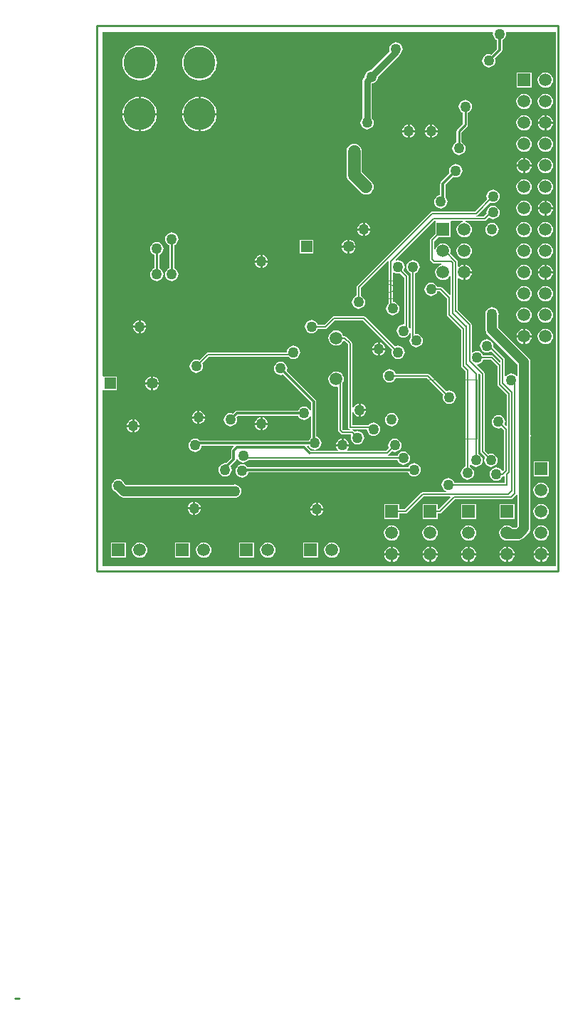
<source format=gbl>
%FSLAX25Y25*%
%MOIN*%
G70*
G01*
G75*
G04 Layer_Physical_Order=2*
G04 Layer_Color=16711680*
%ADD10R,0.05118X0.02362*%
%ADD11R,0.03937X0.04331*%
%ADD12R,0.16535X0.16535*%
%ADD13O,0.07087X0.02362*%
%ADD14R,0.05906X0.05118*%
%ADD15R,0.06299X0.02362*%
%ADD16O,0.09843X0.02756*%
%ADD17O,0.04921X0.01181*%
%ADD18R,0.04331X0.03937*%
%ADD19R,0.08465X0.01575*%
%ADD20R,0.08465X0.01575*%
%ADD21R,0.06496X0.01181*%
%ADD22O,0.06496X0.02165*%
%ADD23O,0.02165X0.06496*%
%ADD24R,0.07087X0.06299*%
%ADD25R,0.15748X0.39370*%
%ADD26C,0.00787*%
%ADD27C,0.03150*%
%ADD28C,0.04724*%
%ADD29C,0.01181*%
%ADD30C,0.01969*%
%ADD31C,0.05906*%
%ADD32C,0.01378*%
%ADD33C,0.01575*%
%ADD34C,0.01000*%
%ADD35C,0.03937*%
%ADD36C,0.00000*%
%ADD37C,0.00394*%
%ADD38C,0.05906*%
%ADD39R,0.05906X0.05906*%
%ADD40C,0.15000*%
%ADD41C,0.05315*%
%ADD42R,0.05315X0.05315*%
%ADD43R,0.05906X0.05906*%
%ADD44C,0.05906*%
%ADD45C,0.05000*%
G36*
X214888Y2500D02*
X2500D01*
Y84752D01*
X2909D01*
Y84752D01*
X9405D01*
Y91248D01*
X2909D01*
Y91248D01*
X2854D01*
X2500Y91602D01*
Y252500D01*
X185135D01*
X185465Y252124D01*
X185383Y251500D01*
X185489Y250693D01*
X185800Y249941D01*
X186296Y249296D01*
X186941Y248800D01*
X187195Y248695D01*
Y244540D01*
X184561Y241906D01*
X184307Y242011D01*
X183500Y242117D01*
X182693Y242011D01*
X181941Y241700D01*
X181296Y241204D01*
X180800Y240559D01*
X180489Y239807D01*
X180383Y239000D01*
X180489Y238193D01*
X180800Y237441D01*
X181296Y236796D01*
X181941Y236300D01*
X182693Y235989D01*
X183500Y235883D01*
X184307Y235989D01*
X185059Y236300D01*
X185704Y236796D01*
X186200Y237441D01*
X186511Y238193D01*
X186617Y239000D01*
X186511Y239807D01*
X186406Y240061D01*
X189423Y243077D01*
X189705Y243501D01*
X189805Y244000D01*
Y248695D01*
X190059Y248800D01*
X190704Y249296D01*
X191200Y249941D01*
X191511Y250693D01*
X191617Y251500D01*
X191511Y252307D01*
X191640Y252500D01*
X214888D01*
Y2500D01*
D02*
G37*
%LPC*%
G36*
X138000Y74117D02*
X137193Y74011D01*
X136441Y73700D01*
X135796Y73204D01*
X135300Y72559D01*
X134989Y71807D01*
X134883Y71000D01*
X134989Y70193D01*
X135300Y69441D01*
X135796Y68796D01*
X136441Y68300D01*
X137193Y67989D01*
X138000Y67883D01*
X138807Y67989D01*
X139559Y68300D01*
X140204Y68796D01*
X140700Y69441D01*
X141011Y70193D01*
X141117Y71000D01*
X141011Y71807D01*
X140700Y72559D01*
X140204Y73204D01*
X139559Y73700D01*
X138807Y74011D01*
X138000Y74117D01*
D02*
G37*
G36*
X16500Y71051D02*
X16193Y71011D01*
X15441Y70700D01*
X14796Y70204D01*
X14300Y69559D01*
X13989Y68807D01*
X13949Y68500D01*
X16500D01*
Y71051D01*
D02*
G37*
G36*
X112000Y112774D02*
X111075Y112652D01*
X110213Y112295D01*
X109473Y111727D01*
X108905Y110987D01*
X108548Y110125D01*
X108426Y109200D01*
X108548Y108275D01*
X108905Y107413D01*
X109473Y106673D01*
X110213Y106105D01*
X111075Y105748D01*
X112000Y105626D01*
X112925Y105748D01*
X113787Y106105D01*
X114527Y106673D01*
X115095Y107413D01*
X115296Y107897D01*
X115786Y107995D01*
X117497Y106284D01*
Y67500D01*
X117573Y67116D01*
X117790Y66790D01*
X118116Y66573D01*
X118477Y66501D01*
X118428Y66004D01*
X115416D01*
X115004Y66416D01*
Y88094D01*
X115095Y88213D01*
X115452Y89075D01*
X115574Y90000D01*
X115452Y90925D01*
X115095Y91787D01*
X115004Y91906D01*
Y92000D01*
X114927Y92384D01*
X114710Y92710D01*
X114384Y92927D01*
X114000Y93003D01*
X113926Y92989D01*
X113787Y93095D01*
X112925Y93452D01*
X112000Y93574D01*
X111075Y93452D01*
X110213Y93095D01*
X109473Y92527D01*
X108905Y91787D01*
X108548Y90925D01*
X108426Y90000D01*
X108548Y89075D01*
X108905Y88213D01*
X109473Y87473D01*
X110213Y86905D01*
X111075Y86548D01*
X112000Y86426D01*
X112620Y86508D01*
X112996Y86178D01*
Y66000D01*
X113073Y65616D01*
X113290Y65290D01*
X114290Y64290D01*
X114508Y64145D01*
X114616Y64073D01*
X115000Y63996D01*
X118825D01*
X119103Y63581D01*
X118989Y63307D01*
X118883Y62500D01*
X118989Y61693D01*
X119300Y60941D01*
X119796Y60296D01*
X120441Y59800D01*
X121193Y59489D01*
X122000Y59383D01*
X122807Y59489D01*
X123559Y59800D01*
X124204Y60296D01*
X124700Y60941D01*
X125011Y61693D01*
X125117Y62500D01*
X125011Y63307D01*
X124700Y64059D01*
X124204Y64704D01*
X123559Y65200D01*
X122807Y65511D01*
X122000Y65617D01*
X121193Y65511D01*
X120638Y65281D01*
X120210Y65710D01*
X119884Y65927D01*
X119523Y65999D01*
X119572Y66496D01*
X126383D01*
X126489Y65693D01*
X126800Y64941D01*
X127296Y64296D01*
X127941Y63800D01*
X128693Y63489D01*
X129500Y63383D01*
X130307Y63489D01*
X131059Y63800D01*
X131704Y64296D01*
X132200Y64941D01*
X132511Y65693D01*
X132617Y66500D01*
X132511Y67307D01*
X132200Y68059D01*
X131704Y68704D01*
X131059Y69200D01*
X130307Y69511D01*
X129500Y69617D01*
X128693Y69511D01*
X127941Y69200D01*
X127296Y68704D01*
X127142Y68503D01*
X119503D01*
Y74584D01*
X119994Y74681D01*
X120300Y73941D01*
X120796Y73296D01*
X121441Y72800D01*
X122193Y72489D01*
X122500Y72449D01*
Y75499D01*
Y78551D01*
X122193Y78511D01*
X121441Y78200D01*
X120796Y77704D01*
X120300Y77059D01*
X119994Y76319D01*
X119503Y76416D01*
Y106700D01*
X119427Y107084D01*
X119355Y107192D01*
X119210Y107410D01*
X116710Y109910D01*
X116384Y110127D01*
X116000Y110204D01*
X115420D01*
X115095Y110987D01*
X114527Y111727D01*
X113787Y112295D01*
X112925Y112652D01*
X112000Y112774D01*
D02*
G37*
G36*
X76500Y68500D02*
X73949D01*
X73989Y68193D01*
X74300Y67441D01*
X74796Y66796D01*
X75441Y66300D01*
X76193Y65989D01*
X76500Y65949D01*
Y68500D01*
D02*
G37*
G36*
X80051D02*
X77500D01*
Y65949D01*
X77807Y65989D01*
X78559Y66300D01*
X79204Y66796D01*
X79700Y67441D01*
X80011Y68193D01*
X80051Y68500D01*
D02*
G37*
G36*
X76500Y72051D02*
X76193Y72011D01*
X75441Y71700D01*
X74796Y71204D01*
X74300Y70559D01*
X73989Y69807D01*
X73949Y69500D01*
X76500D01*
Y72051D01*
D02*
G37*
G36*
X77500D02*
Y69500D01*
X80051D01*
X80011Y69807D01*
X79700Y70559D01*
X79204Y71204D01*
X78559Y71700D01*
X77807Y72011D01*
X77500Y72051D01*
D02*
G37*
G36*
X50551Y71500D02*
X48000D01*
Y68949D01*
X48307Y68989D01*
X49059Y69300D01*
X49704Y69796D01*
X50200Y70441D01*
X50511Y71193D01*
X50551Y71500D01*
D02*
G37*
G36*
X17500Y71051D02*
Y68500D01*
X20051D01*
X20011Y68807D01*
X19700Y69559D01*
X19204Y70204D01*
X18559Y70700D01*
X17807Y71011D01*
X17500Y71051D01*
D02*
G37*
G36*
X47000Y71500D02*
X44449D01*
X44489Y71193D01*
X44800Y70441D01*
X45296Y69796D01*
X45941Y69300D01*
X46693Y68989D01*
X47000Y68949D01*
Y71500D01*
D02*
G37*
G36*
X208000Y41574D02*
X207075Y41452D01*
X206213Y41095D01*
X205473Y40527D01*
X204905Y39787D01*
X204548Y38925D01*
X204426Y38000D01*
X204548Y37075D01*
X204905Y36213D01*
X205473Y35473D01*
X206213Y34905D01*
X207075Y34548D01*
X208000Y34426D01*
X208925Y34548D01*
X209787Y34905D01*
X210527Y35473D01*
X211095Y36213D01*
X211452Y37075D01*
X211574Y38000D01*
X211452Y38925D01*
X211095Y39787D01*
X210527Y40527D01*
X209787Y41095D01*
X208925Y41452D01*
X208000Y41574D01*
D02*
G37*
G36*
X211543Y51543D02*
X204457D01*
Y44457D01*
X211543D01*
Y51543D01*
D02*
G37*
G36*
X10000Y43117D02*
X9193Y43011D01*
X8441Y42700D01*
X7796Y42204D01*
X7300Y41559D01*
X6989Y40807D01*
X6883Y40000D01*
X6989Y39193D01*
X7300Y38441D01*
X7796Y37796D01*
X8441Y37300D01*
X8521Y37268D01*
X10394Y35394D01*
X10394Y35394D01*
X11011Y34921D01*
X11729Y34623D01*
X12500Y34522D01*
X63614D01*
X63693Y34489D01*
X64500Y34383D01*
X65307Y34489D01*
X66059Y34800D01*
X66704Y35296D01*
X67200Y35941D01*
X67511Y36693D01*
X67617Y37500D01*
X67511Y38307D01*
X67200Y39059D01*
X66704Y39704D01*
X66059Y40200D01*
X65307Y40511D01*
X64500Y40617D01*
X63693Y40511D01*
X63614Y40478D01*
X13734D01*
X12732Y41480D01*
X12700Y41559D01*
X12204Y42204D01*
X11559Y42700D01*
X10807Y43011D01*
X10000Y43117D01*
D02*
G37*
G36*
X45000Y32551D02*
X44693Y32511D01*
X43941Y32200D01*
X43296Y31704D01*
X42800Y31059D01*
X42489Y30307D01*
X42449Y30000D01*
X45000D01*
Y32551D01*
D02*
G37*
G36*
X46000D02*
Y30000D01*
X48551D01*
X48511Y30307D01*
X48200Y31059D01*
X47704Y31704D01*
X47059Y32200D01*
X46307Y32511D01*
X46000Y32551D01*
D02*
G37*
G36*
X16500Y67500D02*
X13949D01*
X13989Y67193D01*
X14300Y66441D01*
X14796Y65796D01*
X15441Y65300D01*
X16193Y64989D01*
X16500Y64949D01*
Y67500D01*
D02*
G37*
G36*
X20051D02*
X17500D01*
Y64949D01*
X17807Y64989D01*
X18559Y65300D01*
X19204Y65796D01*
X19700Y66441D01*
X20011Y67193D01*
X20051Y67500D01*
D02*
G37*
G36*
X115500Y62051D02*
Y59500D01*
X118051D01*
X118011Y59807D01*
X117700Y60559D01*
X117204Y61204D01*
X116559Y61700D01*
X115807Y62011D01*
X115500Y62051D01*
D02*
G37*
G36*
X148500Y50617D02*
X147693Y50511D01*
X146941Y50200D01*
X146296Y49704D01*
X145800Y49059D01*
X145654Y48704D01*
X70588D01*
X70204Y49204D01*
X69559Y49700D01*
X68807Y50011D01*
X68000Y50117D01*
X67193Y50011D01*
X66441Y49700D01*
X65796Y49204D01*
X65300Y48559D01*
X64989Y47807D01*
X64883Y47000D01*
X64989Y46193D01*
X65300Y45441D01*
X65796Y44796D01*
X66441Y44300D01*
X67193Y43989D01*
X68000Y43883D01*
X68807Y43989D01*
X69559Y44300D01*
X70204Y44796D01*
X70700Y45441D01*
X71011Y46193D01*
X71025Y46296D01*
X145654D01*
X145800Y45941D01*
X146296Y45296D01*
X146941Y44800D01*
X147693Y44489D01*
X148500Y44383D01*
X149307Y44489D01*
X150059Y44800D01*
X150704Y45296D01*
X151200Y45941D01*
X151511Y46693D01*
X151617Y47500D01*
X151511Y48307D01*
X151200Y49059D01*
X150704Y49704D01*
X150059Y50200D01*
X149307Y50511D01*
X148500Y50617D01*
D02*
G37*
G36*
X114500Y62051D02*
X114193Y62011D01*
X113441Y61700D01*
X112796Y61204D01*
X112300Y60559D01*
X111989Y59807D01*
X111949Y59500D01*
X114500D01*
Y62051D01*
D02*
G37*
G36*
X126051Y75000D02*
X123500D01*
Y72449D01*
X123807Y72489D01*
X124559Y72800D01*
X125204Y73296D01*
X125700Y73941D01*
X126011Y74693D01*
X126051Y75000D01*
D02*
G37*
G36*
X132500Y107051D02*
Y104500D01*
X135051D01*
X135011Y104807D01*
X134700Y105559D01*
X134204Y106204D01*
X133559Y106700D01*
X132807Y107011D01*
X132500Y107051D01*
D02*
G37*
G36*
X210000Y113574D02*
X209075Y113452D01*
X208213Y113095D01*
X207473Y112527D01*
X206905Y111787D01*
X206548Y110925D01*
X206426Y110000D01*
X206548Y109075D01*
X206905Y108213D01*
X207473Y107473D01*
X208213Y106905D01*
X209075Y106548D01*
X210000Y106426D01*
X210925Y106548D01*
X211787Y106905D01*
X212527Y107473D01*
X213095Y108213D01*
X213452Y109075D01*
X213574Y110000D01*
X213452Y110925D01*
X213095Y111787D01*
X212527Y112527D01*
X211787Y113095D01*
X210925Y113452D01*
X210000Y113574D01*
D02*
G37*
G36*
X131500Y107051D02*
X131193Y107011D01*
X130441Y106700D01*
X129796Y106204D01*
X129300Y105559D01*
X128989Y104807D01*
X128949Y104500D01*
X131500D01*
Y107051D01*
D02*
G37*
G36*
Y103500D02*
X128949D01*
X128989Y103193D01*
X129300Y102441D01*
X129796Y101796D01*
X130441Y101300D01*
X131193Y100989D01*
X131500Y100949D01*
Y103500D01*
D02*
G37*
G36*
X135051D02*
X132500D01*
Y100949D01*
X132807Y100989D01*
X133559Y101300D01*
X134204Y101796D01*
X134700Y102441D01*
X135011Y103193D01*
X135051Y103500D01*
D02*
G37*
G36*
X200500Y113508D02*
Y110500D01*
X203508D01*
X203452Y110925D01*
X203095Y111787D01*
X202527Y112527D01*
X201787Y113095D01*
X200925Y113452D01*
X200500Y113508D01*
D02*
G37*
G36*
X19500Y114000D02*
X16949D01*
X16989Y113693D01*
X17300Y112941D01*
X17796Y112296D01*
X18441Y111800D01*
X19193Y111489D01*
X19500Y111449D01*
Y114000D01*
D02*
G37*
G36*
X199500Y113508D02*
X199075Y113452D01*
X198213Y113095D01*
X197473Y112527D01*
X196905Y111787D01*
X196548Y110925D01*
X196492Y110500D01*
X199500D01*
Y113508D01*
D02*
G37*
G36*
Y109500D02*
X196492D01*
X196548Y109075D01*
X196905Y108213D01*
X197473Y107473D01*
X198213Y106905D01*
X199075Y106548D01*
X199500Y106492D01*
Y109500D01*
D02*
G37*
G36*
X203508D02*
X200500D01*
Y106492D01*
X200925Y106548D01*
X201787Y106905D01*
X202527Y107473D01*
X203095Y108213D01*
X203452Y109075D01*
X203508Y109500D01*
D02*
G37*
G36*
X123500Y78551D02*
Y76000D01*
X126051D01*
X126011Y76307D01*
X125700Y77059D01*
X125204Y77704D01*
X124559Y78200D01*
X123807Y78511D01*
X123500Y78551D01*
D02*
G37*
G36*
X137000Y94617D02*
X136193Y94511D01*
X135441Y94200D01*
X134796Y93704D01*
X134300Y93059D01*
X133989Y92307D01*
X133883Y91500D01*
X133989Y90693D01*
X134300Y89941D01*
X134796Y89296D01*
X135441Y88800D01*
X136193Y88489D01*
X137000Y88383D01*
X137807Y88489D01*
X138559Y88800D01*
X139204Y89296D01*
X139700Y89941D01*
X139929Y90496D01*
X154584D01*
X162219Y82862D01*
X161989Y82307D01*
X161883Y81500D01*
X161989Y80693D01*
X162300Y79941D01*
X162796Y79296D01*
X163441Y78800D01*
X164193Y78489D01*
X165000Y78383D01*
X165807Y78489D01*
X166559Y78800D01*
X167204Y79296D01*
X167700Y79941D01*
X168011Y80693D01*
X168117Y81500D01*
X168011Y82307D01*
X167700Y83059D01*
X167204Y83704D01*
X166559Y84200D01*
X165807Y84511D01*
X165000Y84617D01*
X164193Y84511D01*
X163638Y84281D01*
X155710Y92210D01*
X155384Y92427D01*
X155000Y92503D01*
X139929D01*
X139700Y93059D01*
X139204Y93704D01*
X138559Y94200D01*
X137807Y94511D01*
X137000Y94617D01*
D02*
G37*
G36*
X86000Y98117D02*
X85193Y98011D01*
X84441Y97700D01*
X83796Y97204D01*
X83300Y96559D01*
X82989Y95807D01*
X82883Y95000D01*
X82989Y94193D01*
X83300Y93441D01*
X83796Y92796D01*
X84441Y92300D01*
X85193Y91989D01*
X86000Y91883D01*
X86807Y91989D01*
X87161Y92136D01*
X100296Y79001D01*
Y75401D01*
X99805Y75303D01*
X99700Y75559D01*
X99204Y76204D01*
X98559Y76700D01*
X97807Y77011D01*
X97000Y77117D01*
X96193Y77011D01*
X95441Y76700D01*
X94796Y76204D01*
X94300Y75559D01*
X94154Y75204D01*
X65500D01*
X65039Y75113D01*
X64648Y74852D01*
X63661Y73864D01*
X63307Y74011D01*
X62500Y74117D01*
X61693Y74011D01*
X60941Y73700D01*
X60296Y73204D01*
X59800Y72559D01*
X59489Y71807D01*
X59383Y71000D01*
X59489Y70193D01*
X59800Y69441D01*
X60296Y68796D01*
X60941Y68300D01*
X61693Y67989D01*
X62500Y67883D01*
X63307Y67989D01*
X64059Y68300D01*
X64704Y68796D01*
X65200Y69441D01*
X65511Y70193D01*
X65617Y71000D01*
X65511Y71807D01*
X65364Y72161D01*
X65999Y72796D01*
X94154D01*
X94300Y72441D01*
X94796Y71796D01*
X95441Y71300D01*
X96193Y70989D01*
X97000Y70883D01*
X97807Y70989D01*
X98559Y71300D01*
X99204Y71796D01*
X99700Y72441D01*
X99805Y72697D01*
X100296Y72599D01*
Y62588D01*
X99796Y62204D01*
X99300Y61559D01*
X99134Y61157D01*
X48240D01*
X48204Y61204D01*
X47559Y61700D01*
X46807Y62011D01*
X46000Y62117D01*
X45193Y62011D01*
X44441Y61700D01*
X43796Y61204D01*
X43300Y60559D01*
X42989Y59807D01*
X42883Y59000D01*
X42989Y58193D01*
X43300Y57441D01*
X43796Y56796D01*
X44441Y56300D01*
X45193Y55989D01*
X46000Y55883D01*
X46807Y55989D01*
X47559Y56300D01*
X48204Y56796D01*
X48700Y57441D01*
X49011Y58193D01*
X49084Y58749D01*
X63892D01*
X64084Y58287D01*
X63148Y57351D01*
X62887Y56961D01*
X62796Y56500D01*
X62796Y56500D01*
Y52999D01*
X60501Y50704D01*
X60000D01*
X59539Y50613D01*
X59435Y50543D01*
X59193Y50511D01*
X58441Y50200D01*
X57796Y49704D01*
X57300Y49059D01*
X56989Y48307D01*
X56883Y47500D01*
X56989Y46693D01*
X57300Y45941D01*
X57796Y45296D01*
X58441Y44800D01*
X59193Y44489D01*
X60000Y44383D01*
X60807Y44489D01*
X61559Y44800D01*
X62204Y45296D01*
X62700Y45941D01*
X63011Y46693D01*
X63117Y47500D01*
X63011Y48307D01*
X62700Y49059D01*
X62510Y49306D01*
X64851Y51648D01*
X65113Y52039D01*
X65204Y52500D01*
Y52599D01*
X65695Y52697D01*
X65800Y52441D01*
X66296Y51796D01*
X66941Y51300D01*
X67693Y50989D01*
X68500Y50883D01*
X69307Y50989D01*
X70059Y51300D01*
X70704Y51796D01*
X70858Y51996D01*
X140570D01*
X140800Y51441D01*
X141296Y50796D01*
X141941Y50300D01*
X142693Y49989D01*
X143500Y49883D01*
X144307Y49989D01*
X145059Y50300D01*
X145704Y50796D01*
X146200Y51441D01*
X146511Y52193D01*
X146617Y53000D01*
X146511Y53807D01*
X146200Y54559D01*
X145704Y55204D01*
X145059Y55700D01*
X144307Y56011D01*
X143500Y56117D01*
X142693Y56011D01*
X141941Y55700D01*
X141296Y55204D01*
X140800Y54559D01*
X140570Y54004D01*
X136483D01*
X136338Y54482D01*
X136529Y54609D01*
X138138Y56219D01*
X138693Y55989D01*
X139500Y55883D01*
X140307Y55989D01*
X141059Y56300D01*
X141704Y56796D01*
X142200Y57441D01*
X142511Y58193D01*
X142617Y59000D01*
X142511Y59807D01*
X142200Y60559D01*
X141704Y61204D01*
X141059Y61700D01*
X140307Y62011D01*
X139500Y62117D01*
X138693Y62011D01*
X137941Y61700D01*
X137296Y61204D01*
X136800Y60559D01*
X136489Y59807D01*
X136383Y59000D01*
X136489Y58193D01*
X136719Y57638D01*
X135403Y56322D01*
X117365D01*
X117204Y56796D01*
X117700Y57441D01*
X118011Y58193D01*
X118051Y58500D01*
X111949D01*
X111989Y58193D01*
X112300Y57441D01*
X112796Y56796D01*
X112635Y56322D01*
X100381D01*
X98417Y58287D01*
X98608Y58749D01*
X99173D01*
X99300Y58441D01*
X99796Y57796D01*
X100441Y57300D01*
X101193Y56989D01*
X102000Y56883D01*
X102807Y56989D01*
X103559Y57300D01*
X104204Y57796D01*
X104700Y58441D01*
X105011Y59193D01*
X105117Y60000D01*
X105011Y60807D01*
X104700Y61559D01*
X104204Y62204D01*
X103559Y62700D01*
X102807Y63011D01*
X102704Y63024D01*
Y79500D01*
X102704Y79500D01*
X102613Y79961D01*
X102351Y80352D01*
X88864Y93839D01*
X89011Y94193D01*
X89117Y95000D01*
X89011Y95807D01*
X88700Y96559D01*
X88204Y97204D01*
X87559Y97700D01*
X86807Y98011D01*
X86000Y98117D01*
D02*
G37*
G36*
X47000Y75051D02*
X46693Y75011D01*
X45941Y74700D01*
X45296Y74204D01*
X44800Y73559D01*
X44489Y72807D01*
X44449Y72500D01*
X47000D01*
Y75051D01*
D02*
G37*
G36*
X48000D02*
Y72500D01*
X50551D01*
X50511Y72807D01*
X50200Y73559D01*
X49704Y74204D01*
X49059Y74700D01*
X48307Y75011D01*
X48000Y75051D01*
D02*
G37*
G36*
X26343Y91210D02*
Y88500D01*
X29053D01*
X29007Y88848D01*
X28680Y89638D01*
X28159Y90316D01*
X27481Y90837D01*
X26691Y91164D01*
X26343Y91210D01*
D02*
G37*
G36*
X92000Y105617D02*
X91193Y105511D01*
X90441Y105200D01*
X89796Y104704D01*
X89300Y104059D01*
X88989Y103307D01*
X88883Y102504D01*
X52000D01*
X51616Y102427D01*
X51508Y102355D01*
X51290Y102210D01*
X47862Y98781D01*
X47307Y99011D01*
X46500Y99117D01*
X45693Y99011D01*
X44941Y98700D01*
X44296Y98204D01*
X43800Y97559D01*
X43489Y96807D01*
X43383Y96000D01*
X43489Y95193D01*
X43800Y94441D01*
X44296Y93796D01*
X44941Y93300D01*
X45693Y92989D01*
X46500Y92883D01*
X47307Y92989D01*
X48059Y93300D01*
X48704Y93796D01*
X49200Y94441D01*
X49511Y95193D01*
X49617Y96000D01*
X49511Y96807D01*
X49281Y97362D01*
X52416Y100496D01*
X89642D01*
X89796Y100296D01*
X90441Y99800D01*
X91193Y99489D01*
X92000Y99383D01*
X92807Y99489D01*
X93559Y99800D01*
X94204Y100296D01*
X94700Y100941D01*
X95011Y101693D01*
X95117Y102500D01*
X95011Y103307D01*
X94700Y104059D01*
X94204Y104704D01*
X93559Y105200D01*
X92807Y105511D01*
X92000Y105617D01*
D02*
G37*
G36*
X25343Y91210D02*
X24995Y91164D01*
X24205Y90837D01*
X23526Y90316D01*
X23005Y89638D01*
X22678Y88848D01*
X22632Y88500D01*
X25343D01*
Y91210D01*
D02*
G37*
G36*
Y87500D02*
X22632D01*
X22678Y87152D01*
X23005Y86362D01*
X23526Y85684D01*
X24205Y85163D01*
X24995Y84836D01*
X25343Y84790D01*
Y87500D01*
D02*
G37*
G36*
X29053D02*
X26343D01*
Y84790D01*
X26691Y84836D01*
X27481Y85163D01*
X28159Y85684D01*
X28680Y86362D01*
X29007Y87152D01*
X29053Y87500D01*
D02*
G37*
G36*
X110000Y13574D02*
X109075Y13452D01*
X108213Y13095D01*
X107473Y12527D01*
X106905Y11787D01*
X106548Y10925D01*
X106426Y10000D01*
X106548Y9075D01*
X106905Y8213D01*
X107473Y7473D01*
X108213Y6905D01*
X109075Y6548D01*
X110000Y6426D01*
X110925Y6548D01*
X111787Y6905D01*
X112527Y7473D01*
X113095Y8213D01*
X113452Y9075D01*
X113574Y10000D01*
X113452Y10925D01*
X113095Y11787D01*
X112527Y12527D01*
X111787Y13095D01*
X110925Y13452D01*
X110000Y13574D01*
D02*
G37*
G36*
X13543Y13543D02*
X6457D01*
Y6457D01*
X13543D01*
Y13543D01*
D02*
G37*
G36*
X80000Y13574D02*
X79075Y13452D01*
X78213Y13095D01*
X77473Y12527D01*
X76905Y11787D01*
X76548Y10925D01*
X76426Y10000D01*
X76548Y9075D01*
X76905Y8213D01*
X77473Y7473D01*
X78213Y6905D01*
X79075Y6548D01*
X80000Y6426D01*
X80925Y6548D01*
X81787Y6905D01*
X82527Y7473D01*
X83095Y8213D01*
X83452Y9075D01*
X83574Y10000D01*
X83452Y10925D01*
X83095Y11787D01*
X82527Y12527D01*
X81787Y13095D01*
X80925Y13452D01*
X80000Y13574D01*
D02*
G37*
G36*
X20000D02*
X19075Y13452D01*
X18213Y13095D01*
X17473Y12527D01*
X16905Y11787D01*
X16548Y10925D01*
X16426Y10000D01*
X16548Y9075D01*
X16905Y8213D01*
X17473Y7473D01*
X18213Y6905D01*
X19075Y6548D01*
X20000Y6426D01*
X20925Y6548D01*
X21787Y6905D01*
X22527Y7473D01*
X23095Y8213D01*
X23452Y9075D01*
X23574Y10000D01*
X23452Y10925D01*
X23095Y11787D01*
X22527Y12527D01*
X21787Y13095D01*
X20925Y13452D01*
X20000Y13574D01*
D02*
G37*
G36*
X50000D02*
X49075Y13452D01*
X48213Y13095D01*
X47473Y12527D01*
X46905Y11787D01*
X46548Y10925D01*
X46426Y10000D01*
X46548Y9075D01*
X46905Y8213D01*
X47473Y7473D01*
X48213Y6905D01*
X49075Y6548D01*
X50000Y6426D01*
X50925Y6548D01*
X51787Y6905D01*
X52527Y7473D01*
X53095Y8213D01*
X53452Y9075D01*
X53574Y10000D01*
X53452Y10925D01*
X53095Y11787D01*
X52527Y12527D01*
X51787Y13095D01*
X50925Y13452D01*
X50000Y13574D01*
D02*
G37*
G36*
X137500Y11508D02*
X137075Y11452D01*
X136213Y11095D01*
X135473Y10527D01*
X134905Y9787D01*
X134548Y8925D01*
X134492Y8500D01*
X137500D01*
Y11508D01*
D02*
G37*
G36*
X138500D02*
Y8500D01*
X141508D01*
X141452Y8925D01*
X141095Y9787D01*
X140527Y10527D01*
X139787Y11095D01*
X138925Y11452D01*
X138500Y11508D01*
D02*
G37*
G36*
X103543Y13543D02*
X96457D01*
Y6457D01*
X103543D01*
Y13543D01*
D02*
G37*
G36*
X43543D02*
X36457D01*
Y6457D01*
X43543D01*
Y13543D01*
D02*
G37*
G36*
X73543D02*
X66457D01*
Y6457D01*
X73543D01*
Y13543D01*
D02*
G37*
G36*
X159508Y7500D02*
X156500D01*
Y4492D01*
X156925Y4548D01*
X157787Y4905D01*
X158527Y5473D01*
X159095Y6213D01*
X159452Y7075D01*
X159508Y7500D01*
D02*
G37*
G36*
X173500D02*
X170492D01*
X170548Y7075D01*
X170905Y6213D01*
X171473Y5473D01*
X172213Y4905D01*
X173075Y4548D01*
X173500Y4492D01*
Y7500D01*
D02*
G37*
G36*
X155500D02*
X152492D01*
X152548Y7075D01*
X152905Y6213D01*
X153473Y5473D01*
X154213Y4905D01*
X155075Y4548D01*
X155500Y4492D01*
Y7500D01*
D02*
G37*
G36*
X137500D02*
X134492D01*
X134548Y7075D01*
X134905Y6213D01*
X135473Y5473D01*
X136213Y4905D01*
X137075Y4548D01*
X137500Y4492D01*
Y7500D01*
D02*
G37*
G36*
X141508D02*
X138500D01*
Y4492D01*
X138925Y4548D01*
X139787Y4905D01*
X140527Y5473D01*
X141095Y6213D01*
X141452Y7075D01*
X141508Y7500D01*
D02*
G37*
G36*
X207500D02*
X204492D01*
X204548Y7075D01*
X204905Y6213D01*
X205473Y5473D01*
X206213Y4905D01*
X207075Y4548D01*
X207500Y4492D01*
Y7500D01*
D02*
G37*
G36*
X211508D02*
X208500D01*
Y4492D01*
X208925Y4548D01*
X209787Y4905D01*
X210527Y5473D01*
X211095Y6213D01*
X211452Y7075D01*
X211508Y7500D01*
D02*
G37*
G36*
X195508D02*
X192500D01*
Y4492D01*
X192925Y4548D01*
X193787Y4905D01*
X194527Y5473D01*
X195095Y6213D01*
X195452Y7075D01*
X195508Y7500D01*
D02*
G37*
G36*
X177508D02*
X174500D01*
Y4492D01*
X174925Y4548D01*
X175787Y4905D01*
X176527Y5473D01*
X177095Y6213D01*
X177452Y7075D01*
X177508Y7500D01*
D02*
G37*
G36*
X191500D02*
X188492D01*
X188548Y7075D01*
X188905Y6213D01*
X189473Y5473D01*
X190213Y4905D01*
X191075Y4548D01*
X191500Y4492D01*
Y7500D01*
D02*
G37*
G36*
X155500Y11508D02*
X155075Y11452D01*
X154213Y11095D01*
X153473Y10527D01*
X152905Y9787D01*
X152548Y8925D01*
X152492Y8500D01*
X155500D01*
Y11508D01*
D02*
G37*
G36*
X195543Y31543D02*
X188457D01*
Y24457D01*
X195543D01*
Y31543D01*
D02*
G37*
G36*
X102500Y28500D02*
X99949D01*
X99989Y28193D01*
X100300Y27441D01*
X100796Y26796D01*
X101441Y26300D01*
X102193Y25989D01*
X102500Y25949D01*
Y28500D01*
D02*
G37*
G36*
X177543Y31543D02*
X170457D01*
Y24457D01*
X177543D01*
Y31543D01*
D02*
G37*
G36*
X208000Y21574D02*
X207075Y21452D01*
X206213Y21095D01*
X205473Y20527D01*
X204905Y19787D01*
X204548Y18925D01*
X204426Y18000D01*
X204548Y17075D01*
X204905Y16213D01*
X205473Y15473D01*
X206213Y14905D01*
X207075Y14548D01*
X208000Y14426D01*
X208925Y14548D01*
X209787Y14905D01*
X210527Y15473D01*
X211095Y16213D01*
X211452Y17075D01*
X211574Y18000D01*
X211452Y18925D01*
X211095Y19787D01*
X210527Y20527D01*
X209787Y21095D01*
X208925Y21452D01*
X208000Y21574D01*
D02*
G37*
G36*
Y31574D02*
X207075Y31452D01*
X206213Y31095D01*
X205473Y30527D01*
X204905Y29787D01*
X204548Y28925D01*
X204426Y28000D01*
X204548Y27075D01*
X204905Y26213D01*
X205473Y25473D01*
X206213Y24905D01*
X207075Y24548D01*
X208000Y24426D01*
X208925Y24548D01*
X209787Y24905D01*
X210527Y25473D01*
X211095Y26213D01*
X211452Y27075D01*
X211574Y28000D01*
X211452Y28925D01*
X211095Y29787D01*
X210527Y30527D01*
X209787Y31095D01*
X208925Y31452D01*
X208000Y31574D01*
D02*
G37*
G36*
X102500Y32051D02*
X102193Y32011D01*
X101441Y31700D01*
X100796Y31204D01*
X100300Y30559D01*
X99989Y29807D01*
X99949Y29500D01*
X102500D01*
Y32051D01*
D02*
G37*
G36*
X103500D02*
Y29500D01*
X106051D01*
X106011Y29807D01*
X105700Y30559D01*
X105204Y31204D01*
X104559Y31700D01*
X103807Y32011D01*
X103500Y32051D01*
D02*
G37*
G36*
X48551Y29000D02*
X46000D01*
Y26449D01*
X46307Y26489D01*
X47059Y26800D01*
X47704Y27296D01*
X48200Y27941D01*
X48511Y28693D01*
X48551Y29000D01*
D02*
G37*
G36*
X106051Y28500D02*
X103500D01*
Y25949D01*
X103807Y25989D01*
X104559Y26300D01*
X105204Y26796D01*
X105700Y27441D01*
X106011Y28193D01*
X106051Y28500D01*
D02*
G37*
G36*
X45000Y29000D02*
X42449D01*
X42489Y28693D01*
X42800Y27941D01*
X43296Y27296D01*
X43941Y26800D01*
X44693Y26489D01*
X45000Y26449D01*
Y29000D01*
D02*
G37*
G36*
X191500Y11508D02*
X191075Y11452D01*
X190213Y11095D01*
X189473Y10527D01*
X188905Y9787D01*
X188548Y8925D01*
X188492Y8500D01*
X191500D01*
Y11508D01*
D02*
G37*
G36*
X192500D02*
Y8500D01*
X195508D01*
X195452Y8925D01*
X195095Y9787D01*
X194527Y10527D01*
X193787Y11095D01*
X192925Y11452D01*
X192500Y11508D01*
D02*
G37*
G36*
X174500D02*
Y8500D01*
X177508D01*
X177452Y8925D01*
X177095Y9787D01*
X176527Y10527D01*
X175787Y11095D01*
X174925Y11452D01*
X174500Y11508D01*
D02*
G37*
G36*
X156500D02*
Y8500D01*
X159508D01*
X159452Y8925D01*
X159095Y9787D01*
X158527Y10527D01*
X157787Y11095D01*
X156925Y11452D01*
X156500Y11508D01*
D02*
G37*
G36*
X173500D02*
X173075Y11452D01*
X172213Y11095D01*
X171473Y10527D01*
X170905Y9787D01*
X170548Y8925D01*
X170492Y8500D01*
X173500D01*
Y11508D01*
D02*
G37*
G36*
X156000Y21574D02*
X155075Y21452D01*
X154213Y21095D01*
X153473Y20527D01*
X152905Y19787D01*
X152548Y18925D01*
X152426Y18000D01*
X152548Y17075D01*
X152905Y16213D01*
X153473Y15473D01*
X154213Y14905D01*
X155075Y14548D01*
X156000Y14426D01*
X156925Y14548D01*
X157787Y14905D01*
X158527Y15473D01*
X159095Y16213D01*
X159452Y17075D01*
X159574Y18000D01*
X159452Y18925D01*
X159095Y19787D01*
X158527Y20527D01*
X157787Y21095D01*
X156925Y21452D01*
X156000Y21574D01*
D02*
G37*
G36*
X174000D02*
X173075Y21452D01*
X172213Y21095D01*
X171473Y20527D01*
X170905Y19787D01*
X170548Y18925D01*
X170426Y18000D01*
X170548Y17075D01*
X170905Y16213D01*
X171473Y15473D01*
X172213Y14905D01*
X173075Y14548D01*
X174000Y14426D01*
X174925Y14548D01*
X175787Y14905D01*
X176527Y15473D01*
X177095Y16213D01*
X177452Y17075D01*
X177574Y18000D01*
X177452Y18925D01*
X177095Y19787D01*
X176527Y20527D01*
X175787Y21095D01*
X174925Y21452D01*
X174000Y21574D01*
D02*
G37*
G36*
X138000D02*
X137075Y21452D01*
X136213Y21095D01*
X135473Y20527D01*
X134905Y19787D01*
X134548Y18925D01*
X134426Y18000D01*
X134548Y17075D01*
X134905Y16213D01*
X135473Y15473D01*
X136213Y14905D01*
X137075Y14548D01*
X138000Y14426D01*
X138925Y14548D01*
X139787Y14905D01*
X140527Y15473D01*
X141095Y16213D01*
X141452Y17075D01*
X141574Y18000D01*
X141452Y18925D01*
X141095Y19787D01*
X140527Y20527D01*
X139787Y21095D01*
X138925Y21452D01*
X138000Y21574D01*
D02*
G37*
G36*
X207500Y11508D02*
X207075Y11452D01*
X206213Y11095D01*
X205473Y10527D01*
X204905Y9787D01*
X204548Y8925D01*
X204492Y8500D01*
X207500D01*
Y11508D01*
D02*
G37*
G36*
X208500D02*
Y8500D01*
X211508D01*
X211452Y8925D01*
X211095Y9787D01*
X210527Y10527D01*
X209787Y11095D01*
X208925Y11452D01*
X208500Y11508D01*
D02*
G37*
G36*
X145500Y205500D02*
X142949D01*
X142989Y205193D01*
X143300Y204441D01*
X143796Y203796D01*
X144441Y203300D01*
X145193Y202989D01*
X145500Y202949D01*
Y205500D01*
D02*
G37*
G36*
X149051D02*
X146500D01*
Y202949D01*
X146807Y202989D01*
X147559Y203300D01*
X148204Y203796D01*
X148700Y204441D01*
X149011Y205193D01*
X149051Y205500D01*
D02*
G37*
G36*
X210000Y203574D02*
X209075Y203452D01*
X208213Y203095D01*
X207473Y202527D01*
X206905Y201787D01*
X206548Y200925D01*
X206426Y200000D01*
X206548Y199075D01*
X206905Y198213D01*
X207473Y197473D01*
X208213Y196905D01*
X209075Y196548D01*
X210000Y196426D01*
X210925Y196548D01*
X211787Y196905D01*
X212527Y197473D01*
X213095Y198213D01*
X213452Y199075D01*
X213574Y200000D01*
X213452Y200925D01*
X213095Y201787D01*
X212527Y202527D01*
X211787Y203095D01*
X210925Y203452D01*
X210000Y203574D01*
D02*
G37*
G36*
X172500Y220617D02*
X171693Y220511D01*
X170941Y220200D01*
X170296Y219704D01*
X169800Y219059D01*
X169489Y218307D01*
X169383Y217500D01*
X169489Y216693D01*
X169800Y215941D01*
X170296Y215296D01*
X170941Y214800D01*
X171388Y214615D01*
Y209461D01*
X168714Y206786D01*
X168473Y206425D01*
X168388Y206000D01*
X168388Y206000D01*
Y200885D01*
X167941Y200700D01*
X167296Y200204D01*
X166800Y199559D01*
X166489Y198807D01*
X166383Y198000D01*
X166489Y197193D01*
X166800Y196441D01*
X167296Y195796D01*
X167941Y195300D01*
X168693Y194989D01*
X169500Y194883D01*
X170307Y194989D01*
X171059Y195300D01*
X171704Y195796D01*
X172200Y196441D01*
X172511Y197193D01*
X172617Y198000D01*
X172511Y198807D01*
X172200Y199559D01*
X171704Y200204D01*
X171059Y200700D01*
X170612Y200885D01*
Y205539D01*
X173286Y208214D01*
X173527Y208575D01*
X173612Y209000D01*
X173612Y209000D01*
X173612Y209000D01*
Y209000D01*
Y214615D01*
X174059Y214800D01*
X174704Y215296D01*
X175200Y215941D01*
X175511Y216693D01*
X175617Y217500D01*
X175511Y218307D01*
X175200Y219059D01*
X174704Y219704D01*
X174059Y220200D01*
X173307Y220511D01*
X172500Y220617D01*
D02*
G37*
G36*
X200000Y203574D02*
X199075Y203452D01*
X198213Y203095D01*
X197473Y202527D01*
X196905Y201787D01*
X196548Y200925D01*
X196426Y200000D01*
X196548Y199075D01*
X196905Y198213D01*
X197473Y197473D01*
X198213Y196905D01*
X199075Y196548D01*
X200000Y196426D01*
X200925Y196548D01*
X201787Y196905D01*
X202527Y197473D01*
X203095Y198213D01*
X203452Y199075D01*
X203574Y200000D01*
X203452Y200925D01*
X203095Y201787D01*
X202527Y202527D01*
X201787Y203095D01*
X200925Y203452D01*
X200000Y203574D01*
D02*
G37*
G36*
X28080Y213500D02*
X20500D01*
Y205920D01*
X21586Y206027D01*
X23111Y206489D01*
X24517Y207240D01*
X25749Y208251D01*
X26760Y209483D01*
X27511Y210889D01*
X27973Y212414D01*
X28080Y213500D01*
D02*
G37*
G36*
X47500D02*
X39919D01*
X40027Y212414D01*
X40489Y210889D01*
X41240Y209483D01*
X42251Y208251D01*
X43483Y207240D01*
X44889Y206489D01*
X46414Y206027D01*
X47500Y205920D01*
Y213500D01*
D02*
G37*
G36*
X19500D02*
X11919D01*
X12026Y212414D01*
X12489Y210889D01*
X13240Y209483D01*
X14251Y208251D01*
X15483Y207240D01*
X16889Y206489D01*
X18414Y206027D01*
X19500Y205920D01*
Y213500D01*
D02*
G37*
G36*
X156000Y205500D02*
X153449D01*
X153489Y205193D01*
X153800Y204441D01*
X154296Y203796D01*
X154941Y203300D01*
X155693Y202989D01*
X156000Y202949D01*
Y205500D01*
D02*
G37*
G36*
X159551D02*
X157000D01*
Y202949D01*
X157307Y202989D01*
X158059Y203300D01*
X158704Y203796D01*
X159200Y204441D01*
X159511Y205193D01*
X159551Y205500D01*
D02*
G37*
G36*
X210000Y183574D02*
X209075Y183452D01*
X208213Y183095D01*
X207473Y182527D01*
X206905Y181787D01*
X206548Y180925D01*
X206426Y180000D01*
X206548Y179075D01*
X206905Y178213D01*
X207473Y177473D01*
X208213Y176905D01*
X209075Y176548D01*
X210000Y176426D01*
X210925Y176548D01*
X211787Y176905D01*
X212527Y177473D01*
X213095Y178213D01*
X213452Y179075D01*
X213574Y180000D01*
X213452Y180925D01*
X213095Y181787D01*
X212527Y182527D01*
X211787Y183095D01*
X210925Y183452D01*
X210000Y183574D01*
D02*
G37*
G36*
X168000Y190617D02*
X167193Y190511D01*
X166441Y190200D01*
X165796Y189704D01*
X165300Y189059D01*
X164989Y188307D01*
X164883Y187500D01*
X164989Y186693D01*
X165094Y186439D01*
X161077Y182422D01*
X160795Y181999D01*
X160778Y181916D01*
X160695Y181500D01*
Y176077D01*
X160193Y176011D01*
X159441Y175700D01*
X158796Y175204D01*
X158300Y174559D01*
X157989Y173807D01*
X157883Y173000D01*
X157989Y172193D01*
X158300Y171441D01*
X158796Y170796D01*
X159441Y170300D01*
X160193Y169989D01*
X161000Y169883D01*
X161807Y169989D01*
X162559Y170300D01*
X163204Y170796D01*
X163700Y171441D01*
X164011Y172193D01*
X164117Y173000D01*
X164011Y173807D01*
X163700Y174559D01*
X163305Y175073D01*
Y180960D01*
X166939Y184594D01*
X167193Y184489D01*
X168000Y184383D01*
X168807Y184489D01*
X169559Y184800D01*
X170204Y185296D01*
X170700Y185941D01*
X171011Y186693D01*
X171117Y187500D01*
X171011Y188307D01*
X170700Y189059D01*
X170204Y189704D01*
X169559Y190200D01*
X168807Y190511D01*
X168000Y190617D01*
D02*
G37*
G36*
X200000Y183574D02*
X199075Y183452D01*
X198213Y183095D01*
X197473Y182527D01*
X196905Y181787D01*
X196548Y180925D01*
X196426Y180000D01*
X196548Y179075D01*
X196905Y178213D01*
X197473Y177473D01*
X198213Y176905D01*
X199075Y176548D01*
X200000Y176426D01*
X200925Y176548D01*
X201787Y176905D01*
X202527Y177473D01*
X203095Y178213D01*
X203452Y179075D01*
X203574Y180000D01*
X203452Y180925D01*
X203095Y181787D01*
X202527Y182527D01*
X201787Y183095D01*
X200925Y183452D01*
X200000Y183574D01*
D02*
G37*
G36*
X185500Y178617D02*
X184693Y178511D01*
X183941Y178200D01*
X183296Y177704D01*
X182800Y177059D01*
X182489Y176307D01*
X182383Y175500D01*
X182489Y174693D01*
X182719Y174138D01*
X177084Y168503D01*
X157000D01*
X156616Y168427D01*
X156290Y168210D01*
X121790Y133710D01*
X121573Y133384D01*
X121496Y133000D01*
Y128929D01*
X120941Y128700D01*
X120296Y128204D01*
X119800Y127559D01*
X119489Y126807D01*
X119383Y126000D01*
X119489Y125193D01*
X119800Y124441D01*
X120296Y123796D01*
X120941Y123300D01*
X121693Y122989D01*
X122500Y122883D01*
X123307Y122989D01*
X124059Y123300D01*
X124704Y123796D01*
X125200Y124441D01*
X125511Y125193D01*
X125617Y126000D01*
X125511Y126807D01*
X125200Y127559D01*
X124704Y128204D01*
X124059Y128700D01*
X123503Y128929D01*
Y132584D01*
X136031Y145112D01*
X136159Y145086D01*
X136512Y144940D01*
Y125370D01*
X136296Y125204D01*
X135800Y124559D01*
X135489Y123807D01*
X135383Y123000D01*
X135489Y122193D01*
X135800Y121441D01*
X136296Y120796D01*
X136941Y120300D01*
X137693Y119989D01*
X138500Y119883D01*
X139307Y119989D01*
X140059Y120300D01*
X140704Y120796D01*
X141200Y121441D01*
X141511Y122193D01*
X141617Y123000D01*
X141511Y123807D01*
X141200Y124559D01*
X140704Y125204D01*
X140059Y125700D01*
X139307Y126011D01*
X138519Y126115D01*
Y139943D01*
X138968Y140164D01*
X139441Y139800D01*
X140193Y139489D01*
X141000Y139383D01*
X141807Y139489D01*
X142008Y139573D01*
X143997Y137584D01*
Y115931D01*
X143621Y115601D01*
X143500Y115617D01*
X142693Y115511D01*
X141941Y115200D01*
X141296Y114704D01*
X140800Y114059D01*
X140489Y113307D01*
X140383Y112500D01*
X140489Y111693D01*
X140800Y110941D01*
X141296Y110296D01*
X141941Y109800D01*
X142693Y109489D01*
X143500Y109383D01*
X144307Y109489D01*
X145059Y109800D01*
X145704Y110296D01*
X146200Y110941D01*
X146506Y111681D01*
X146996Y111584D01*
Y109814D01*
X146800Y109559D01*
X146489Y108807D01*
X146383Y108000D01*
X146489Y107193D01*
X146800Y106441D01*
X147226Y105886D01*
X147290Y105790D01*
X147387Y105726D01*
X147941Y105300D01*
X148693Y104989D01*
X149500Y104883D01*
X150307Y104989D01*
X151059Y105300D01*
X151704Y105796D01*
X152200Y106441D01*
X152511Y107193D01*
X152617Y108000D01*
X152511Y108807D01*
X152200Y109559D01*
X151704Y110204D01*
X151059Y110700D01*
X150307Y111011D01*
X149500Y111117D01*
X149380Y111101D01*
X149004Y111431D01*
Y139570D01*
X149559Y139800D01*
X150204Y140296D01*
X150700Y140941D01*
X151011Y141693D01*
X151117Y142500D01*
X151011Y143307D01*
X150700Y144059D01*
X150204Y144704D01*
X149559Y145200D01*
X148807Y145511D01*
X148000Y145617D01*
X147193Y145511D01*
X146441Y145200D01*
X145796Y144704D01*
X145300Y144059D01*
X144989Y143307D01*
X144883Y142500D01*
X144989Y141693D01*
X145300Y140941D01*
X145796Y140296D01*
X146441Y139800D01*
X146996Y139570D01*
Y113416D01*
X146506Y113319D01*
X146200Y114059D01*
X146003Y114314D01*
Y138000D01*
X145927Y138384D01*
X145855Y138492D01*
X145710Y138710D01*
X143603Y140816D01*
X143700Y140941D01*
X144011Y141693D01*
X144117Y142500D01*
X144011Y143307D01*
X143700Y144059D01*
X143204Y144704D01*
X142559Y145200D01*
X141807Y145511D01*
X141000Y145617D01*
X140193Y145511D01*
X140075Y145462D01*
X139797Y145878D01*
X157916Y163997D01*
X158457D01*
Y163543D01*
X158457D01*
Y157876D01*
X156290Y155710D01*
X156073Y155384D01*
X155997Y155000D01*
Y146000D01*
X155997Y146000D01*
X155997D01*
X156073Y145616D01*
X156290Y145290D01*
X157290Y144290D01*
X157508Y144145D01*
X157616Y144073D01*
X158000Y143997D01*
X161388D01*
X161420Y143498D01*
X161075Y143452D01*
X160213Y143095D01*
X159473Y142527D01*
X158905Y141787D01*
X158548Y140925D01*
X158426Y140000D01*
X158548Y139075D01*
X158905Y138213D01*
X159473Y137473D01*
X160213Y136905D01*
X161075Y136548D01*
X162000Y136426D01*
X162925Y136548D01*
X163787Y136905D01*
X164527Y137473D01*
X165095Y138213D01*
X165128Y138293D01*
X165619Y138195D01*
Y129454D01*
X165156Y129263D01*
X161710Y132710D01*
X161384Y132927D01*
X161000Y133003D01*
X159430D01*
X159200Y133559D01*
X158704Y134204D01*
X158059Y134700D01*
X157307Y135011D01*
X156500Y135117D01*
X155693Y135011D01*
X154941Y134700D01*
X154296Y134204D01*
X153800Y133559D01*
X153489Y132807D01*
X153383Y132000D01*
X153489Y131193D01*
X153800Y130441D01*
X154296Y129796D01*
X154941Y129300D01*
X155693Y128989D01*
X156500Y128883D01*
X157307Y128989D01*
X158059Y129300D01*
X158704Y129796D01*
X159200Y130441D01*
X159430Y130997D01*
X160584D01*
X163997Y127584D01*
Y120000D01*
X163997Y120000D01*
X163997D01*
X164073Y119616D01*
X164290Y119290D01*
X170496Y113084D01*
Y96000D01*
X170496Y96000D01*
X170496D01*
X170573Y95616D01*
X170790Y95290D01*
X172496Y93584D01*
Y48930D01*
X171941Y48700D01*
X171296Y48204D01*
X170800Y47559D01*
X170489Y46807D01*
X170383Y46000D01*
X170489Y45193D01*
X170800Y44441D01*
X171296Y43796D01*
X171941Y43300D01*
X172693Y42989D01*
X173500Y42883D01*
X174307Y42989D01*
X175059Y43300D01*
X175704Y43796D01*
X176200Y44441D01*
X176511Y45193D01*
X176617Y46000D01*
X176511Y46807D01*
X176200Y47559D01*
X175704Y48204D01*
X175059Y48700D01*
X174504Y48930D01*
Y50050D01*
X174977Y50211D01*
X175296Y49796D01*
X175941Y49300D01*
X176693Y48989D01*
X177500Y48883D01*
X178307Y48989D01*
X179059Y49300D01*
X179704Y49796D01*
X180200Y50441D01*
X180511Y51193D01*
X180617Y52000D01*
X180511Y52807D01*
X180200Y53559D01*
X179704Y54204D01*
X179059Y54700D01*
X178504Y54930D01*
Y92497D01*
X178519Y92503D01*
X179046Y92608D01*
X179497Y92157D01*
Y77500D01*
Y56000D01*
X179497Y56000D01*
X179497D01*
X179573Y55616D01*
X179790Y55290D01*
X181719Y53362D01*
X181489Y52807D01*
X181383Y52000D01*
X181489Y51193D01*
X181800Y50441D01*
X182296Y49796D01*
X182941Y49300D01*
X183693Y48989D01*
X184500Y48883D01*
X185307Y48989D01*
X186059Y49300D01*
X186704Y49796D01*
X187200Y50441D01*
X187511Y51193D01*
X187617Y52000D01*
X187511Y52807D01*
X187200Y53559D01*
X186704Y54204D01*
X186059Y54700D01*
X185307Y55011D01*
X184500Y55117D01*
X183693Y55011D01*
X183138Y54781D01*
X181503Y56416D01*
Y77500D01*
Y92573D01*
X181427Y92957D01*
X181210Y93282D01*
X177871Y96621D01*
X178000Y96883D01*
X178807Y96989D01*
X179559Y97300D01*
X180204Y97796D01*
X180700Y98441D01*
X180930Y98997D01*
X184584D01*
X187496Y96084D01*
Y87500D01*
X187496Y87500D01*
X187496D01*
X187573Y87116D01*
X187790Y86790D01*
X191875Y82706D01*
Y68198D01*
X191412Y68007D01*
X190781Y68638D01*
X191011Y69193D01*
X191117Y70000D01*
X191011Y70807D01*
X190700Y71559D01*
X190204Y72204D01*
X189559Y72700D01*
X188807Y73011D01*
X188000Y73117D01*
X187193Y73011D01*
X186441Y72700D01*
X185796Y72204D01*
X185300Y71559D01*
X184989Y70807D01*
X184883Y70000D01*
X184989Y69193D01*
X185300Y68441D01*
X185796Y67796D01*
X186441Y67300D01*
X187193Y66989D01*
X188000Y66883D01*
X188807Y66989D01*
X189362Y67219D01*
X190497Y66084D01*
Y47421D01*
X190131Y47080D01*
X189660Y47111D01*
X189204Y47704D01*
X188559Y48200D01*
X187807Y48511D01*
X187000Y48617D01*
X186193Y48511D01*
X185441Y48200D01*
X184796Y47704D01*
X184300Y47059D01*
X183989Y46307D01*
X183883Y45500D01*
X183989Y44693D01*
X184300Y43941D01*
X184796Y43296D01*
X185441Y42800D01*
X186193Y42489D01*
X187000Y42383D01*
X187807Y42489D01*
X188559Y42800D01*
X189204Y43296D01*
X189700Y43941D01*
X189929Y44497D01*
X190000D01*
X190384Y44573D01*
X190556Y44687D01*
X190997Y44452D01*
Y41504D01*
X167429D01*
X167200Y42059D01*
X166704Y42704D01*
X166059Y43200D01*
X165307Y43511D01*
X164500Y43617D01*
X163693Y43511D01*
X162941Y43200D01*
X162296Y42704D01*
X161800Y42059D01*
X161489Y41307D01*
X161383Y40500D01*
X161489Y39693D01*
X161800Y38941D01*
X162296Y38296D01*
X162941Y37800D01*
X163681Y37494D01*
X163584Y37003D01*
X152500D01*
X152116Y36927D01*
X151790Y36710D01*
X144084Y29004D01*
X141543D01*
Y31543D01*
X134457D01*
Y24457D01*
X141543D01*
Y26996D01*
X144500D01*
X144884Y27073D01*
X145210Y27290D01*
X152916Y34997D01*
X165424D01*
X165615Y34534D01*
X160084Y29004D01*
X159543D01*
Y31543D01*
X152457D01*
Y24457D01*
X159543D01*
Y26996D01*
X160500D01*
X160884Y27073D01*
X161210Y27290D01*
X167538Y33619D01*
X193815D01*
X194199Y33695D01*
X194524Y33912D01*
X196343Y35731D01*
X196489Y35949D01*
X196543Y36031D01*
X197022Y35885D01*
Y21234D01*
X196266Y20478D01*
X194565D01*
X194527Y20527D01*
X193787Y21095D01*
X192925Y21452D01*
X192000Y21574D01*
X191075Y21452D01*
X190213Y21095D01*
X189473Y20527D01*
X188905Y19787D01*
X188548Y18925D01*
X188426Y18000D01*
X188548Y17075D01*
X188905Y16213D01*
X189473Y15473D01*
X190213Y14905D01*
X191075Y14548D01*
X192000Y14426D01*
X192726Y14522D01*
X197500D01*
X198271Y14623D01*
X198989Y14921D01*
X199606Y15394D01*
X202106Y17894D01*
X202106Y17894D01*
X202579Y18511D01*
X202877Y19229D01*
X202978Y20000D01*
Y62614D01*
X203011Y62693D01*
X203117Y63500D01*
X203011Y64307D01*
X202978Y64386D01*
Y98000D01*
X202877Y98771D01*
X202579Y99489D01*
X202106Y100106D01*
X202106Y100106D01*
X187978Y114234D01*
Y119614D01*
X188011Y119693D01*
X188117Y120500D01*
X188011Y121307D01*
X187700Y122059D01*
X187204Y122704D01*
X186559Y123200D01*
X185807Y123511D01*
X185000Y123617D01*
X184193Y123511D01*
X183441Y123200D01*
X182796Y122704D01*
X182300Y122059D01*
X181989Y121307D01*
X181883Y120500D01*
X181989Y119693D01*
X182022Y119614D01*
Y113000D01*
X182022Y113000D01*
X182022D01*
X182123Y112229D01*
X182421Y111511D01*
X182894Y110894D01*
X197022Y96766D01*
Y91417D01*
X196548Y91256D01*
X196204Y91704D01*
X195559Y92200D01*
X194807Y92511D01*
X194000Y92617D01*
X193193Y92511D01*
X192441Y92200D01*
X191796Y91704D01*
X191552Y91386D01*
X191078Y91547D01*
Y99000D01*
X191002Y99384D01*
X190784Y99710D01*
X185545Y104949D01*
X185617Y105500D01*
X185511Y106307D01*
X185200Y107059D01*
X184704Y107704D01*
X184059Y108200D01*
X183307Y108511D01*
X182500Y108617D01*
X181693Y108511D01*
X180941Y108200D01*
X180296Y107704D01*
X179800Y107059D01*
X179489Y106307D01*
X179383Y105500D01*
X179489Y104693D01*
X179800Y103941D01*
X180296Y103296D01*
X180941Y102800D01*
X181693Y102489D01*
X182500Y102383D01*
X183307Y102489D01*
X184059Y102800D01*
X184509Y103146D01*
X189071Y98584D01*
Y98001D01*
X188609Y97810D01*
X185710Y100710D01*
X185384Y100927D01*
X185000Y101004D01*
X180930D01*
X180700Y101559D01*
X180204Y102204D01*
X179559Y102700D01*
X178807Y103011D01*
X178000Y103117D01*
X177193Y103011D01*
X176441Y102700D01*
X175968Y102336D01*
X175519Y102557D01*
Y114984D01*
X175504Y115064D01*
Y115449D01*
X175427Y115833D01*
X175210Y116158D01*
X169067Y122301D01*
Y137220D01*
X169515Y137441D01*
X170213Y136905D01*
X171075Y136548D01*
X171500Y136492D01*
Y139999D01*
Y143508D01*
X171075Y143452D01*
X170213Y143095D01*
X169515Y142559D01*
X169067Y142780D01*
Y144886D01*
X168990Y145270D01*
X168773Y145595D01*
X165405Y148962D01*
X165452Y149075D01*
X165574Y150000D01*
X165452Y150925D01*
X165095Y151787D01*
X164527Y152527D01*
X163787Y153095D01*
X162925Y153452D01*
X162000Y153574D01*
X161075Y153452D01*
X160213Y153095D01*
X159473Y152527D01*
X158905Y151787D01*
X158548Y150925D01*
X158502Y150580D01*
X158003Y150612D01*
Y154584D01*
X159876Y156457D01*
X165543D01*
Y163543D01*
X165543D01*
Y163643D01*
X165897Y163997D01*
X171388D01*
X171420Y163497D01*
X171075Y163452D01*
X170213Y163095D01*
X169473Y162527D01*
X168905Y161787D01*
X168548Y160925D01*
X168426Y160000D01*
X168548Y159075D01*
X168905Y158213D01*
X169473Y157473D01*
X170213Y156905D01*
X171075Y156548D01*
X172000Y156426D01*
X172925Y156548D01*
X173787Y156905D01*
X174527Y157473D01*
X175095Y158213D01*
X175452Y159075D01*
X175574Y160000D01*
X175452Y160925D01*
X175095Y161787D01*
X174527Y162527D01*
X173787Y163095D01*
X172925Y163452D01*
X172580Y163497D01*
X172613Y163997D01*
X181500D01*
X181884Y164073D01*
X182210Y164290D01*
X183533Y165614D01*
X183941Y165300D01*
X184693Y164989D01*
X185500Y164883D01*
X186307Y164989D01*
X187059Y165300D01*
X187704Y165796D01*
X188200Y166441D01*
X188511Y167193D01*
X188617Y168000D01*
X188511Y168807D01*
X188200Y169559D01*
X187704Y170204D01*
X187059Y170700D01*
X186307Y171011D01*
X185500Y171117D01*
X184693Y171011D01*
X183941Y170700D01*
X183296Y170204D01*
X182800Y169559D01*
X182489Y168807D01*
X182383Y168000D01*
X182464Y167383D01*
X181084Y166004D01*
X177572D01*
X177523Y166501D01*
X177884Y166573D01*
X178210Y166790D01*
X184138Y172719D01*
X184693Y172489D01*
X185500Y172383D01*
X186307Y172489D01*
X187059Y172800D01*
X187704Y173296D01*
X188200Y173941D01*
X188511Y174693D01*
X188617Y175500D01*
X188511Y176307D01*
X188200Y177059D01*
X187704Y177704D01*
X187059Y178200D01*
X186307Y178511D01*
X185500Y178617D01*
D02*
G37*
G36*
X120500Y200074D02*
X119575Y199952D01*
X118713Y199595D01*
X117973Y199027D01*
X117405Y198287D01*
X117048Y197425D01*
X116926Y196500D01*
Y185500D01*
X116926Y185500D01*
X116926D01*
X117048Y184575D01*
X117257Y184070D01*
X117405Y183713D01*
X117973Y182973D01*
X117973Y182973D01*
X117973Y182973D01*
Y182973D01*
X123473Y177473D01*
X124213Y176905D01*
X125075Y176548D01*
X126000Y176426D01*
X126925Y176548D01*
X127787Y176905D01*
X128527Y177473D01*
X129095Y178213D01*
X129452Y179075D01*
X129574Y180000D01*
X129452Y180925D01*
X129095Y181787D01*
X128527Y182527D01*
X124074Y186980D01*
Y196500D01*
X123952Y197425D01*
X123595Y198287D01*
X123027Y199027D01*
X122287Y199595D01*
X121425Y199952D01*
X120500Y200074D01*
D02*
G37*
G36*
X199500Y193508D02*
X199075Y193452D01*
X198213Y193095D01*
X197473Y192527D01*
X196905Y191787D01*
X196548Y190925D01*
X196492Y190500D01*
X199500D01*
Y193508D01*
D02*
G37*
G36*
X200500D02*
Y190500D01*
X203508D01*
X203452Y190925D01*
X203095Y191787D01*
X202527Y192527D01*
X201787Y193095D01*
X200925Y193452D01*
X200500Y193508D01*
D02*
G37*
G36*
X203508Y189500D02*
X200500D01*
Y186492D01*
X200925Y186548D01*
X201787Y186905D01*
X202527Y187473D01*
X203095Y188213D01*
X203452Y189075D01*
X203508Y189500D01*
D02*
G37*
G36*
X210000Y193574D02*
X209075Y193452D01*
X208213Y193095D01*
X207473Y192527D01*
X206905Y191787D01*
X206548Y190925D01*
X206426Y190000D01*
X206548Y189075D01*
X206905Y188213D01*
X207473Y187473D01*
X208213Y186905D01*
X209075Y186548D01*
X210000Y186426D01*
X210925Y186548D01*
X211787Y186905D01*
X212527Y187473D01*
X213095Y188213D01*
X213452Y189075D01*
X213574Y190000D01*
X213452Y190925D01*
X213095Y191787D01*
X212527Y192527D01*
X211787Y193095D01*
X210925Y193452D01*
X210000Y193574D01*
D02*
G37*
G36*
X199500Y189500D02*
X196492D01*
X196548Y189075D01*
X196905Y188213D01*
X197473Y187473D01*
X198213Y186905D01*
X199075Y186548D01*
X199500Y186492D01*
Y189500D01*
D02*
G37*
G36*
X56080Y213500D02*
X48500D01*
Y205920D01*
X49586Y206027D01*
X51111Y206489D01*
X52517Y207240D01*
X53749Y208251D01*
X54760Y209483D01*
X55511Y210889D01*
X55974Y212414D01*
X56080Y213500D01*
D02*
G37*
G36*
X48500Y222080D02*
Y214500D01*
X56080D01*
X55974Y215586D01*
X55511Y217111D01*
X54760Y218517D01*
X53749Y219749D01*
X52517Y220760D01*
X51111Y221511D01*
X49586Y221973D01*
X48500Y222080D01*
D02*
G37*
G36*
X200000Y223574D02*
X199075Y223452D01*
X198213Y223095D01*
X197473Y222527D01*
X196905Y221787D01*
X196548Y220925D01*
X196426Y220000D01*
X196548Y219075D01*
X196905Y218213D01*
X197473Y217473D01*
X198213Y216905D01*
X199075Y216548D01*
X200000Y216426D01*
X200925Y216548D01*
X201787Y216905D01*
X202527Y217473D01*
X203095Y218213D01*
X203452Y219075D01*
X203574Y220000D01*
X203452Y220925D01*
X203095Y221787D01*
X202527Y222527D01*
X201787Y223095D01*
X200925Y223452D01*
X200000Y223574D01*
D02*
G37*
G36*
X47500Y222080D02*
X46414Y221973D01*
X44889Y221511D01*
X43483Y220760D01*
X42251Y219749D01*
X41240Y218517D01*
X40489Y217111D01*
X40027Y215586D01*
X39919Y214500D01*
X47500D01*
Y222080D01*
D02*
G37*
G36*
X19500D02*
X18414Y221973D01*
X16889Y221511D01*
X15483Y220760D01*
X14251Y219749D01*
X13240Y218517D01*
X12489Y217111D01*
X12026Y215586D01*
X11919Y214500D01*
X19500D01*
Y222080D01*
D02*
G37*
G36*
X20500D02*
Y214500D01*
X28080D01*
X27973Y215586D01*
X27511Y217111D01*
X26760Y218517D01*
X25749Y219749D01*
X24517Y220760D01*
X23111Y221511D01*
X21586Y221973D01*
X20500Y222080D01*
D02*
G37*
G36*
X20000Y246130D02*
X18414Y245973D01*
X16889Y245511D01*
X15483Y244760D01*
X14251Y243749D01*
X13240Y242517D01*
X12489Y241111D01*
X12026Y239586D01*
X11870Y238000D01*
X12026Y236414D01*
X12489Y234889D01*
X13240Y233483D01*
X14251Y232251D01*
X15483Y231240D01*
X16889Y230489D01*
X18414Y230027D01*
X20000Y229870D01*
X21586Y230027D01*
X23111Y230489D01*
X24517Y231240D01*
X25749Y232251D01*
X26760Y233483D01*
X27511Y234889D01*
X27973Y236414D01*
X28130Y238000D01*
X27973Y239586D01*
X27511Y241111D01*
X26760Y242517D01*
X25749Y243749D01*
X24517Y244760D01*
X23111Y245511D01*
X21586Y245973D01*
X20000Y246130D01*
D02*
G37*
G36*
X48000D02*
X46414Y245973D01*
X44889Y245511D01*
X43483Y244760D01*
X42251Y243749D01*
X41240Y242517D01*
X40489Y241111D01*
X40027Y239586D01*
X39870Y238000D01*
X40027Y236414D01*
X40489Y234889D01*
X41240Y233483D01*
X42251Y232251D01*
X43483Y231240D01*
X44889Y230489D01*
X46414Y230027D01*
X48000Y229870D01*
X49586Y230027D01*
X51111Y230489D01*
X52517Y231240D01*
X53749Y232251D01*
X54760Y233483D01*
X55511Y234889D01*
X55974Y236414D01*
X56130Y238000D01*
X55974Y239586D01*
X55511Y241111D01*
X54760Y242517D01*
X53749Y243749D01*
X52517Y244760D01*
X51111Y245511D01*
X49586Y245973D01*
X48000Y246130D01*
D02*
G37*
G36*
X203543Y233543D02*
X196457D01*
Y226457D01*
X203543D01*
Y233543D01*
D02*
G37*
G36*
X210000Y223574D02*
X209075Y223452D01*
X208213Y223095D01*
X207473Y222527D01*
X206905Y221787D01*
X206548Y220925D01*
X206426Y220000D01*
X206548Y219075D01*
X206905Y218213D01*
X207473Y217473D01*
X208213Y216905D01*
X209075Y216548D01*
X210000Y216426D01*
X210925Y216548D01*
X211787Y216905D01*
X212527Y217473D01*
X213095Y218213D01*
X213452Y219075D01*
X213574Y220000D01*
X213452Y220925D01*
X213095Y221787D01*
X212527Y222527D01*
X211787Y223095D01*
X210925Y223452D01*
X210000Y223574D01*
D02*
G37*
G36*
Y233574D02*
X209075Y233452D01*
X208213Y233095D01*
X207473Y232527D01*
X206905Y231787D01*
X206548Y230925D01*
X206426Y230000D01*
X206548Y229075D01*
X206905Y228213D01*
X207473Y227473D01*
X208213Y226905D01*
X209075Y226548D01*
X210000Y226426D01*
X210925Y226548D01*
X211787Y226905D01*
X212527Y227473D01*
X213095Y228213D01*
X213452Y229075D01*
X213574Y230000D01*
X213452Y230925D01*
X213095Y231787D01*
X212527Y232527D01*
X211787Y233095D01*
X210925Y233452D01*
X210000Y233574D01*
D02*
G37*
G36*
X145500Y209051D02*
X145193Y209011D01*
X144441Y208700D01*
X143796Y208204D01*
X143300Y207559D01*
X142989Y206807D01*
X142949Y206500D01*
X145500D01*
Y209051D01*
D02*
G37*
G36*
X146500D02*
Y206500D01*
X149051D01*
X149011Y206807D01*
X148700Y207559D01*
X148204Y208204D01*
X147559Y208700D01*
X146807Y209011D01*
X146500Y209051D01*
D02*
G37*
G36*
X213508Y209500D02*
X210500D01*
Y206492D01*
X210925Y206548D01*
X211787Y206905D01*
X212527Y207473D01*
X213095Y208213D01*
X213452Y209075D01*
X213508Y209500D01*
D02*
G37*
G36*
X200000Y213574D02*
X199075Y213452D01*
X198213Y213095D01*
X197473Y212527D01*
X196905Y211787D01*
X196548Y210925D01*
X196426Y210000D01*
X196548Y209075D01*
X196905Y208213D01*
X197473Y207473D01*
X198213Y206905D01*
X199075Y206548D01*
X200000Y206426D01*
X200925Y206548D01*
X201787Y206905D01*
X202527Y207473D01*
X203095Y208213D01*
X203452Y209075D01*
X203574Y210000D01*
X203452Y210925D01*
X203095Y211787D01*
X202527Y212527D01*
X201787Y213095D01*
X200925Y213452D01*
X200000Y213574D01*
D02*
G37*
G36*
X209500Y209500D02*
X206492D01*
X206548Y209075D01*
X206905Y208213D01*
X207473Y207473D01*
X208213Y206905D01*
X209075Y206548D01*
X209500Y206492D01*
Y209500D01*
D02*
G37*
G36*
Y213508D02*
X209075Y213452D01*
X208213Y213095D01*
X207473Y212527D01*
X206905Y211787D01*
X206548Y210925D01*
X206492Y210500D01*
X209500D01*
Y213508D01*
D02*
G37*
G36*
X210500D02*
Y210500D01*
X213508D01*
X213452Y210925D01*
X213095Y211787D01*
X212527Y212527D01*
X211787Y213095D01*
X210925Y213452D01*
X210500Y213508D01*
D02*
G37*
G36*
X140000Y247617D02*
X139193Y247511D01*
X138441Y247200D01*
X137796Y246704D01*
X137300Y246059D01*
X136989Y245307D01*
X136883Y244500D01*
X136989Y243693D01*
X137130Y243352D01*
X128379Y234601D01*
X127693Y234511D01*
X126941Y234200D01*
X126296Y233704D01*
X125800Y233059D01*
X125489Y232307D01*
X125383Y231506D01*
X124939Y231061D01*
X124460Y230345D01*
X124292Y229500D01*
Y212200D01*
X123800Y211559D01*
X123489Y210807D01*
X123383Y210000D01*
X123489Y209193D01*
X123800Y208441D01*
X124296Y207796D01*
X124941Y207300D01*
X125693Y206989D01*
X126500Y206883D01*
X127307Y206989D01*
X128059Y207300D01*
X128704Y207796D01*
X129200Y208441D01*
X129511Y209193D01*
X129617Y210000D01*
X129511Y210807D01*
X129200Y211559D01*
X128708Y212200D01*
Y228410D01*
X129307Y228489D01*
X130059Y228800D01*
X130704Y229296D01*
X131200Y229941D01*
X131511Y230693D01*
X131617Y231500D01*
X131606Y231584D01*
X141561Y241539D01*
X141922Y242080D01*
X142204Y242296D01*
X142700Y242941D01*
X143011Y243693D01*
X143117Y244500D01*
X143011Y245307D01*
X142700Y246059D01*
X142204Y246704D01*
X141559Y247200D01*
X140807Y247511D01*
X140000Y247617D01*
D02*
G37*
G36*
X156000Y209051D02*
X155693Y209011D01*
X154941Y208700D01*
X154296Y208204D01*
X153800Y207559D01*
X153489Y206807D01*
X153449Y206500D01*
X156000D01*
Y209051D01*
D02*
G37*
G36*
X157000D02*
Y206500D01*
X159551D01*
X159511Y206807D01*
X159200Y207559D01*
X158704Y208204D01*
X158059Y208700D01*
X157307Y209011D01*
X157000Y209051D01*
D02*
G37*
G36*
X213508Y139500D02*
X210500D01*
Y136492D01*
X210925Y136548D01*
X211787Y136905D01*
X212527Y137473D01*
X213095Y138213D01*
X213452Y139075D01*
X213508Y139500D01*
D02*
G37*
G36*
X172500Y143508D02*
Y140500D01*
X175508D01*
X175452Y140925D01*
X175095Y141787D01*
X174527Y142527D01*
X173787Y143095D01*
X172925Y143452D01*
X172500Y143508D01*
D02*
G37*
G36*
X209500Y139500D02*
X206492D01*
X206548Y139075D01*
X206905Y138213D01*
X207473Y137473D01*
X208213Y136905D01*
X209075Y136548D01*
X209500Y136492D01*
Y139500D01*
D02*
G37*
G36*
X200000Y143574D02*
X199075Y143452D01*
X198213Y143095D01*
X197473Y142527D01*
X196905Y141787D01*
X196548Y140925D01*
X196426Y140000D01*
X196548Y139075D01*
X196905Y138213D01*
X197473Y137473D01*
X198213Y136905D01*
X199075Y136548D01*
X200000Y136426D01*
X200925Y136548D01*
X201787Y136905D01*
X202527Y137473D01*
X203095Y138213D01*
X203452Y139075D01*
X203574Y140000D01*
X203452Y140925D01*
X203095Y141787D01*
X202527Y142527D01*
X201787Y143095D01*
X200925Y143452D01*
X200000Y143574D01*
D02*
G37*
G36*
X175508Y139500D02*
X172500D01*
Y136492D01*
X172925Y136548D01*
X173787Y136905D01*
X174527Y137473D01*
X175095Y138213D01*
X175452Y139075D01*
X175508Y139500D01*
D02*
G37*
G36*
X80051Y144500D02*
X77500D01*
Y141949D01*
X77807Y141989D01*
X78559Y142300D01*
X79204Y142796D01*
X79700Y143441D01*
X80011Y144193D01*
X80051Y144500D01*
D02*
G37*
G36*
X76500Y148051D02*
X76193Y148011D01*
X75441Y147700D01*
X74796Y147204D01*
X74300Y146559D01*
X73989Y145807D01*
X73949Y145500D01*
X76500D01*
Y148051D01*
D02*
G37*
G36*
Y144500D02*
X73949D01*
X73989Y144193D01*
X74300Y143441D01*
X74796Y142796D01*
X75441Y142300D01*
X76193Y141989D01*
X76500Y141949D01*
Y144500D01*
D02*
G37*
G36*
X209500Y143508D02*
X209075Y143452D01*
X208213Y143095D01*
X207473Y142527D01*
X206905Y141787D01*
X206548Y140925D01*
X206492Y140500D01*
X209500D01*
Y143508D01*
D02*
G37*
G36*
X210500D02*
Y140500D01*
X213508D01*
X213452Y140925D01*
X213095Y141787D01*
X212527Y142527D01*
X211787Y143095D01*
X210925Y143452D01*
X210500Y143508D01*
D02*
G37*
G36*
X125000Y119503D02*
X111000D01*
X110616Y119427D01*
X110508Y119355D01*
X110290Y119210D01*
X106584Y115504D01*
X103429D01*
X103200Y116059D01*
X102704Y116704D01*
X102059Y117200D01*
X101307Y117511D01*
X100500Y117617D01*
X99693Y117511D01*
X98941Y117200D01*
X98296Y116704D01*
X97800Y116059D01*
X97489Y115307D01*
X97383Y114500D01*
X97489Y113693D01*
X97800Y112941D01*
X98296Y112296D01*
X98941Y111800D01*
X99693Y111489D01*
X100500Y111383D01*
X101307Y111489D01*
X102059Y111800D01*
X102704Y112296D01*
X103200Y112941D01*
X103429Y113496D01*
X107000D01*
X107384Y113573D01*
X107710Y113790D01*
X111416Y117497D01*
X124584D01*
X138219Y103862D01*
X137989Y103307D01*
X137883Y102500D01*
X137989Y101693D01*
X138300Y100941D01*
X138796Y100296D01*
X139441Y99800D01*
X140193Y99489D01*
X141000Y99383D01*
X141807Y99489D01*
X142559Y99800D01*
X143204Y100296D01*
X143700Y100941D01*
X144011Y101693D01*
X144117Y102500D01*
X144011Y103307D01*
X143700Y104059D01*
X143204Y104704D01*
X142559Y105200D01*
X141807Y105511D01*
X141000Y105617D01*
X140193Y105511D01*
X139638Y105281D01*
X125710Y119210D01*
X125384Y119427D01*
X125000Y119503D01*
D02*
G37*
G36*
X200000Y123574D02*
X199075Y123452D01*
X198213Y123095D01*
X197473Y122527D01*
X196905Y121787D01*
X196548Y120925D01*
X196426Y120000D01*
X196548Y119075D01*
X196905Y118213D01*
X197473Y117473D01*
X198213Y116905D01*
X199075Y116548D01*
X200000Y116426D01*
X200925Y116548D01*
X201787Y116905D01*
X202527Y117473D01*
X203095Y118213D01*
X203452Y119075D01*
X203574Y120000D01*
X203452Y120925D01*
X203095Y121787D01*
X202527Y122527D01*
X201787Y123095D01*
X200925Y123452D01*
X200000Y123574D01*
D02*
G37*
G36*
X20500Y117551D02*
Y115000D01*
X23051D01*
X23011Y115307D01*
X22700Y116059D01*
X22204Y116704D01*
X21559Y117200D01*
X20807Y117511D01*
X20500Y117551D01*
D02*
G37*
G36*
X23051Y114000D02*
X20500D01*
Y111449D01*
X20807Y111489D01*
X21559Y111800D01*
X22204Y112296D01*
X22700Y112941D01*
X23011Y113693D01*
X23051Y114000D01*
D02*
G37*
G36*
X19500Y117551D02*
X19193Y117511D01*
X18441Y117200D01*
X17796Y116704D01*
X17300Y116059D01*
X16989Y115307D01*
X16949Y115000D01*
X19500D01*
Y117551D01*
D02*
G37*
G36*
X28000Y154117D02*
X27193Y154011D01*
X26441Y153700D01*
X25796Y153204D01*
X25300Y152559D01*
X24989Y151807D01*
X24883Y151000D01*
X24989Y150193D01*
X25300Y149441D01*
X25796Y148796D01*
X26441Y148300D01*
X26888Y148115D01*
Y141885D01*
X26441Y141700D01*
X25796Y141204D01*
X25300Y140559D01*
X24989Y139807D01*
X24883Y139000D01*
X24989Y138193D01*
X25300Y137441D01*
X25796Y136796D01*
X26441Y136300D01*
X27193Y135989D01*
X28000Y135883D01*
X28807Y135989D01*
X29559Y136300D01*
X30204Y136796D01*
X30700Y137441D01*
X31011Y138193D01*
X31117Y139000D01*
X31011Y139807D01*
X30700Y140559D01*
X30204Y141204D01*
X29559Y141700D01*
X29112Y141885D01*
Y148115D01*
X29559Y148300D01*
X30204Y148796D01*
X30700Y149441D01*
X31011Y150193D01*
X31117Y151000D01*
X31011Y151807D01*
X30700Y152559D01*
X30204Y153204D01*
X29559Y153700D01*
X28807Y154011D01*
X28000Y154117D01*
D02*
G37*
G36*
X35000Y158617D02*
X34193Y158511D01*
X33441Y158200D01*
X32796Y157704D01*
X32300Y157059D01*
X31989Y156307D01*
X31883Y155500D01*
X31989Y154693D01*
X32300Y153941D01*
X32796Y153296D01*
X33441Y152800D01*
X33888Y152615D01*
Y141885D01*
X33441Y141700D01*
X32796Y141204D01*
X32300Y140559D01*
X31989Y139807D01*
X31883Y139000D01*
X31989Y138193D01*
X32300Y137441D01*
X32796Y136796D01*
X33441Y136300D01*
X34193Y135989D01*
X35000Y135883D01*
X35807Y135989D01*
X36559Y136300D01*
X37204Y136796D01*
X37700Y137441D01*
X38011Y138193D01*
X38117Y139000D01*
X38011Y139807D01*
X37700Y140559D01*
X37204Y141204D01*
X36559Y141700D01*
X36112Y141885D01*
Y152615D01*
X36559Y152800D01*
X37204Y153296D01*
X37700Y153941D01*
X38011Y154693D01*
X38117Y155500D01*
X38011Y156307D01*
X37700Y157059D01*
X37204Y157704D01*
X36559Y158200D01*
X35807Y158511D01*
X35000Y158617D01*
D02*
G37*
G36*
X210000Y133574D02*
X209075Y133452D01*
X208213Y133095D01*
X207473Y132527D01*
X206905Y131787D01*
X206548Y130925D01*
X206426Y130000D01*
X206548Y129075D01*
X206905Y128213D01*
X207473Y127473D01*
X208213Y126905D01*
X209075Y126548D01*
X210000Y126426D01*
X210925Y126548D01*
X211787Y126905D01*
X212527Y127473D01*
X213095Y128213D01*
X213452Y129075D01*
X213574Y130000D01*
X213452Y130925D01*
X213095Y131787D01*
X212527Y132527D01*
X211787Y133095D01*
X210925Y133452D01*
X210000Y133574D01*
D02*
G37*
G36*
Y123574D02*
X209075Y123452D01*
X208213Y123095D01*
X207473Y122527D01*
X206905Y121787D01*
X206548Y120925D01*
X206426Y120000D01*
X206548Y119075D01*
X206905Y118213D01*
X207473Y117473D01*
X208213Y116905D01*
X209075Y116548D01*
X210000Y116426D01*
X210925Y116548D01*
X211787Y116905D01*
X212527Y117473D01*
X213095Y118213D01*
X213452Y119075D01*
X213574Y120000D01*
X213452Y120925D01*
X213095Y121787D01*
X212527Y122527D01*
X211787Y123095D01*
X210925Y123452D01*
X210000Y123574D01*
D02*
G37*
G36*
X200000Y133574D02*
X199075Y133452D01*
X198213Y133095D01*
X197473Y132527D01*
X196905Y131787D01*
X196548Y130925D01*
X196426Y130000D01*
X196548Y129075D01*
X196905Y128213D01*
X197473Y127473D01*
X198213Y126905D01*
X199075Y126548D01*
X200000Y126426D01*
X200925Y126548D01*
X201787Y126905D01*
X202527Y127473D01*
X203095Y128213D01*
X203452Y129075D01*
X203574Y130000D01*
X203452Y130925D01*
X203095Y131787D01*
X202527Y132527D01*
X201787Y133095D01*
X200925Y133452D01*
X200000Y133574D01*
D02*
G37*
G36*
X77500Y148051D02*
Y145500D01*
X80051D01*
X80011Y145807D01*
X79700Y146559D01*
X79204Y147204D01*
X78559Y147700D01*
X77807Y148011D01*
X77500Y148051D01*
D02*
G37*
G36*
X124500Y163051D02*
X124193Y163011D01*
X123441Y162700D01*
X122796Y162204D01*
X122300Y161559D01*
X121989Y160807D01*
X121949Y160500D01*
X124500D01*
Y163051D01*
D02*
G37*
G36*
X125500D02*
Y160500D01*
X128051D01*
X128011Y160807D01*
X127700Y161559D01*
X127204Y162204D01*
X126559Y162700D01*
X125807Y163011D01*
X125500Y163051D01*
D02*
G37*
G36*
X128051Y159500D02*
X125500D01*
Y156949D01*
X125807Y156989D01*
X126559Y157300D01*
X127204Y157796D01*
X127700Y158441D01*
X128011Y159193D01*
X128051Y159500D01*
D02*
G37*
G36*
X185000Y163117D02*
X184193Y163011D01*
X183441Y162700D01*
X182796Y162204D01*
X182300Y161559D01*
X181989Y160807D01*
X181883Y160000D01*
X181989Y159193D01*
X182300Y158441D01*
X182796Y157796D01*
X183441Y157300D01*
X184193Y156989D01*
X185000Y156883D01*
X185807Y156989D01*
X186559Y157300D01*
X187204Y157796D01*
X187700Y158441D01*
X188011Y159193D01*
X188117Y160000D01*
X188011Y160807D01*
X187700Y161559D01*
X187204Y162204D01*
X186559Y162700D01*
X185807Y163011D01*
X185000Y163117D01*
D02*
G37*
G36*
X124500Y159500D02*
X121949D01*
X121989Y159193D01*
X122300Y158441D01*
X122796Y157796D01*
X123441Y157300D01*
X124193Y156989D01*
X124500Y156949D01*
Y159500D01*
D02*
G37*
G36*
X209500Y173508D02*
X209075Y173452D01*
X208213Y173095D01*
X207473Y172527D01*
X206905Y171787D01*
X206548Y170925D01*
X206492Y170500D01*
X209500D01*
Y173508D01*
D02*
G37*
G36*
X210500D02*
Y170500D01*
X213508D01*
X213452Y170925D01*
X213095Y171787D01*
X212527Y172527D01*
X211787Y173095D01*
X210925Y173452D01*
X210500Y173508D01*
D02*
G37*
G36*
X213508Y169500D02*
X210500D01*
Y166492D01*
X210925Y166548D01*
X211787Y166905D01*
X212527Y167473D01*
X213095Y168213D01*
X213452Y169075D01*
X213508Y169500D01*
D02*
G37*
G36*
X200000Y173574D02*
X199075Y173452D01*
X198213Y173095D01*
X197473Y172527D01*
X196905Y171787D01*
X196548Y170925D01*
X196426Y170000D01*
X196548Y169075D01*
X196905Y168213D01*
X197473Y167473D01*
X198213Y166905D01*
X199075Y166548D01*
X200000Y166426D01*
X200925Y166548D01*
X201787Y166905D01*
X202527Y167473D01*
X203095Y168213D01*
X203452Y169075D01*
X203574Y170000D01*
X203452Y170925D01*
X203095Y171787D01*
X202527Y172527D01*
X201787Y173095D01*
X200925Y173452D01*
X200000Y173574D01*
D02*
G37*
G36*
X209500Y169500D02*
X206492D01*
X206548Y169075D01*
X206905Y168213D01*
X207473Y167473D01*
X208213Y166905D01*
X209075Y166548D01*
X209500Y166492D01*
Y169500D01*
D02*
G37*
G36*
X101405Y155248D02*
X94909D01*
Y148752D01*
X101405D01*
Y155248D01*
D02*
G37*
G36*
X117343Y151500D02*
X114632D01*
X114678Y151152D01*
X115005Y150362D01*
X115526Y149683D01*
X116205Y149163D01*
X116995Y148836D01*
X117343Y148790D01*
Y151500D01*
D02*
G37*
G36*
X210000Y153574D02*
X209075Y153452D01*
X208213Y153095D01*
X207473Y152527D01*
X206905Y151787D01*
X206548Y150925D01*
X206426Y150000D01*
X206548Y149075D01*
X206905Y148213D01*
X207473Y147473D01*
X208213Y146905D01*
X209075Y146548D01*
X210000Y146426D01*
X210925Y146548D01*
X211787Y146905D01*
X212527Y147473D01*
X213095Y148213D01*
X213452Y149075D01*
X213574Y150000D01*
X213452Y150925D01*
X213095Y151787D01*
X212527Y152527D01*
X211787Y153095D01*
X210925Y153452D01*
X210000Y153574D01*
D02*
G37*
G36*
X172000D02*
X171075Y153452D01*
X170213Y153095D01*
X169473Y152527D01*
X168905Y151787D01*
X168548Y150925D01*
X168426Y150000D01*
X168548Y149075D01*
X168905Y148213D01*
X169473Y147473D01*
X170213Y146905D01*
X171075Y146548D01*
X172000Y146426D01*
X172925Y146548D01*
X173787Y146905D01*
X174527Y147473D01*
X175095Y148213D01*
X175452Y149075D01*
X175574Y150000D01*
X175452Y150925D01*
X175095Y151787D01*
X174527Y152527D01*
X173787Y153095D01*
X172925Y153452D01*
X172000Y153574D01*
D02*
G37*
G36*
X200000D02*
X199075Y153452D01*
X198213Y153095D01*
X197473Y152527D01*
X196905Y151787D01*
X196548Y150925D01*
X196426Y150000D01*
X196548Y149075D01*
X196905Y148213D01*
X197473Y147473D01*
X198213Y146905D01*
X199075Y146548D01*
X200000Y146426D01*
X200925Y146548D01*
X201787Y146905D01*
X202527Y147473D01*
X203095Y148213D01*
X203452Y149075D01*
X203574Y150000D01*
X203452Y150925D01*
X203095Y151787D01*
X202527Y152527D01*
X201787Y153095D01*
X200925Y153452D01*
X200000Y153574D01*
D02*
G37*
G36*
Y163574D02*
X199075Y163452D01*
X198213Y163095D01*
X197473Y162527D01*
X196905Y161787D01*
X196548Y160925D01*
X196426Y160000D01*
X196548Y159075D01*
X196905Y158213D01*
X197473Y157473D01*
X198213Y156905D01*
X199075Y156548D01*
X200000Y156426D01*
X200925Y156548D01*
X201787Y156905D01*
X202527Y157473D01*
X203095Y158213D01*
X203452Y159075D01*
X203574Y160000D01*
X203452Y160925D01*
X203095Y161787D01*
X202527Y162527D01*
X201787Y163095D01*
X200925Y163452D01*
X200000Y163574D01*
D02*
G37*
G36*
X210000D02*
X209075Y163452D01*
X208213Y163095D01*
X207473Y162527D01*
X206905Y161787D01*
X206548Y160925D01*
X206426Y160000D01*
X206548Y159075D01*
X206905Y158213D01*
X207473Y157473D01*
X208213Y156905D01*
X209075Y156548D01*
X210000Y156426D01*
X210925Y156548D01*
X211787Y156905D01*
X212527Y157473D01*
X213095Y158213D01*
X213452Y159075D01*
X213574Y160000D01*
X213452Y160925D01*
X213095Y161787D01*
X212527Y162527D01*
X211787Y163095D01*
X210925Y163452D01*
X210000Y163574D01*
D02*
G37*
G36*
X118343Y155210D02*
Y152500D01*
X121053D01*
X121007Y152848D01*
X120680Y153638D01*
X120159Y154316D01*
X119481Y154837D01*
X118691Y155164D01*
X118343Y155210D01*
D02*
G37*
G36*
X121053Y151500D02*
X118343D01*
Y148790D01*
X118691Y148836D01*
X119481Y149163D01*
X120159Y149683D01*
X120680Y150362D01*
X121007Y151152D01*
X121053Y151500D01*
D02*
G37*
G36*
X117343Y155210D02*
X116995Y155164D01*
X116205Y154837D01*
X115526Y154316D01*
X115005Y153638D01*
X114678Y152848D01*
X114632Y152500D01*
X117343D01*
Y155210D01*
D02*
G37*
%LPD*%
D26*
X112000Y109200D02*
X116000D01*
X118500Y106700D01*
X177500Y167500D02*
X185000Y175000D01*
X157000Y167500D02*
X177500D01*
X122500Y133000D02*
X157000Y167500D01*
X122500Y126000D02*
Y133000D01*
X137516Y145016D02*
X157500Y165000D01*
X137516Y123984D02*
Y145016D01*
X157500Y165000D02*
X181500D01*
X184500Y168000D01*
X137516Y123984D02*
X138500Y123000D01*
X162949Y150000D02*
X168063Y144886D01*
X166622Y120878D02*
Y144378D01*
X166000Y145000D02*
X166622Y144378D01*
X158000Y145000D02*
X166000D01*
X157000Y146000D02*
X158000Y145000D01*
X157000Y146000D02*
Y155000D01*
X162000Y160000D01*
X168063Y121886D02*
Y144886D01*
X141000Y142000D02*
X145000Y138000D01*
X141000Y142000D02*
Y142500D01*
X161000Y132000D02*
X165000Y128000D01*
X156500Y132000D02*
X161000D01*
X165000Y120000D02*
Y128000D01*
Y120000D02*
X171500Y113500D01*
Y96000D02*
Y113500D01*
Y96000D02*
X173500Y94000D01*
X125000Y118500D02*
X141000Y102500D01*
X111000Y118500D02*
X125000D01*
X46500Y96000D02*
X52000Y101500D01*
X137000Y91500D02*
X155000D01*
X165000Y81500D01*
X177500Y52000D02*
Y92500D01*
X173500Y46000D02*
Y94000D01*
X173000Y97000D02*
X177500Y92500D01*
X180500Y77500D02*
Y92573D01*
X166622Y120878D02*
X173000Y114500D01*
X168224Y121724D02*
X174500Y115449D01*
Y115000D02*
Y115449D01*
X174516Y98557D02*
Y114984D01*
X174500Y115000D02*
X174516Y114984D01*
Y98557D02*
X180500Y92573D01*
X173000Y97000D02*
Y114500D01*
X164500Y40500D02*
X192000D01*
X152500Y36000D02*
X192500D01*
X167122Y34622D02*
X193815D01*
X192500Y36000D02*
X194256Y37756D01*
X193815Y34622D02*
X195634Y36441D01*
X178000Y100000D02*
X185000D01*
X188500Y96500D01*
Y87500D02*
Y96500D01*
X192000Y40500D02*
Y45551D01*
X192878Y46429D01*
X194256Y37756D02*
Y83744D01*
X190075Y87925D02*
Y99000D01*
X160500Y28000D02*
X167122Y34622D01*
X195634Y36441D02*
Y87366D01*
X144500Y28000D02*
X152500Y36000D01*
X162000Y150000D02*
X162949D01*
X173000Y114500D02*
Y115000D01*
X180500Y56000D02*
X184500Y52000D01*
X119500Y65000D02*
X122000Y62500D01*
X115000Y65000D02*
X119500D01*
X114000Y66000D02*
X115000Y65000D01*
X187000Y45500D02*
X190000D01*
X191500Y47000D01*
X192878Y46429D02*
Y83122D01*
X191500Y47000D02*
Y66500D01*
X194500Y88500D02*
X195634Y87366D01*
X190075Y87925D02*
X194256Y83744D01*
X188500Y87500D02*
X192878Y83122D01*
X188000Y70000D02*
X191500Y66500D01*
X138000Y28000D02*
X144500D01*
X156000D02*
X160500D01*
X69000Y53000D02*
X143500D01*
X99681Y55319D02*
X135819D01*
X139500Y59000D01*
X107000Y114500D02*
X111000Y118500D01*
X100500Y114500D02*
X107000D01*
X118500Y67500D02*
Y106700D01*
X127500Y67500D02*
X128500Y66500D01*
X118500Y67500D02*
X127500D01*
X114000Y66000D02*
Y90000D01*
Y92000D01*
X193250Y88750D02*
X193378Y88622D01*
X193000Y89000D02*
X193250Y88750D01*
X145000Y112500D02*
Y138000D01*
X148000Y108000D02*
Y142500D01*
Y106500D02*
Y108000D01*
X52000Y101500D02*
X92000D01*
X180500Y56000D02*
Y77500D01*
X52000Y101500D02*
X92000D01*
X148000Y106500D02*
Y142500D01*
X145000Y112500D02*
Y138000D01*
X193000Y89000D02*
X193378Y88622D01*
X114000Y66000D02*
Y92000D01*
X183575Y105500D02*
X190075Y99000D01*
D27*
X129900Y233000D02*
X140000Y243100D01*
Y244500D01*
X126500Y210000D02*
Y229500D01*
X128500Y231500D01*
D28*
X10000Y40000D02*
X12500Y37500D01*
X64500D01*
X185000Y113000D02*
X200000Y98000D01*
X197500Y17500D02*
X200000Y20000D01*
Y63500D01*
Y98000D01*
X185000Y113000D02*
Y120500D01*
X192000Y17500D02*
X197500D01*
D29*
X46500Y96000D02*
X47000D01*
X68500Y47500D02*
X148500D01*
X68500Y53500D02*
X69000Y53000D01*
X64000Y52500D02*
Y56500D01*
X61000Y49500D02*
X64000Y52500D01*
X65681Y58181D02*
X96819D01*
X64000Y56500D02*
X65681Y58181D01*
X96819D02*
X99681Y55319D01*
X46953Y59953D02*
X101047D01*
X46000Y59000D02*
X46953Y59953D01*
X86000Y95000D02*
X101500Y79500D01*
X62500Y71000D02*
X65500Y74000D01*
X97000D01*
X101500Y59500D02*
Y79500D01*
X60000Y49500D02*
X61000D01*
X60000D02*
X61000D01*
X101047Y59953D02*
X102000Y59000D01*
X101500Y59500D02*
Y79500D01*
D31*
X120500Y185500D02*
Y196500D01*
Y185500D02*
X126000Y180000D01*
D32*
X188500Y244000D02*
Y251500D01*
X183500Y239000D02*
X188500Y244000D01*
X162000Y181500D02*
X168000Y187500D01*
X162000Y174000D02*
Y181500D01*
D34*
X-38500Y-200000D02*
X-36500D01*
X28000Y139500D02*
Y151000D01*
X35000Y139000D02*
Y155000D01*
X169500Y198000D02*
Y206000D01*
X172500Y209000D01*
Y217500D01*
X28000Y139500D02*
X28250Y139250D01*
X28500Y139000D01*
X28000Y139500D02*
X28250Y139250D01*
X28500Y139000D01*
X28000Y139500D02*
X28500Y139000D01*
X28000Y139500D02*
X28250Y139250D01*
X28000Y139500D02*
X28250Y139250D01*
X28000Y139500D02*
X28250Y139250D01*
X28000Y139500D02*
X28250Y139250D01*
X28500Y139000D01*
X28250Y139250D02*
X28500Y139000D01*
X28250Y139250D02*
X28500Y139000D01*
X28250Y139250D02*
X28500Y139000D01*
X28250Y139250D02*
X28500Y139000D01*
X28250Y139250D02*
X28500Y139000D01*
X28000Y139500D02*
X28250Y139250D01*
X28000Y139500D02*
X28250Y139250D01*
X0Y0D02*
Y255500D01*
X216000D01*
Y0D02*
Y255500D01*
X0Y0D02*
X216000D01*
D37*
X147205Y225453D02*
G03*
X147205Y225453I-1969J0D01*
G01*
X85638Y186299D02*
G03*
X85638Y186299I-1969J0D01*
G01*
X53638Y154299D02*
G03*
X53638Y154299I-1969J0D01*
G01*
X138984Y132394D02*
G03*
X138984Y132394I-1969J0D01*
G01*
X155732Y86236D02*
G03*
X155732Y86236I-1969J0D01*
G01*
X31244Y114094D02*
X36756D01*
X31244Y125906D02*
X36756D01*
Y114094D02*
Y125906D01*
X31244Y114094D02*
Y125906D01*
X141693Y211004D02*
Y228996D01*
X158307Y211004D02*
Y228996D01*
X141693D02*
X158307D01*
X141693Y211004D02*
X158307D01*
X57244Y114094D02*
X62756D01*
X57244Y125906D02*
X62756D01*
Y114094D02*
Y125906D01*
X57244Y114094D02*
Y125906D01*
X80126Y170157D02*
X95874D01*
X80126Y189843D02*
X95874D01*
Y170157D02*
Y189843D01*
X80126Y170157D02*
Y189843D01*
X48126Y138157D02*
X63874D01*
X48126Y157843D02*
X63874D01*
Y138157D02*
Y157843D01*
X48126Y138157D02*
Y157843D01*
X133276Y127866D02*
X142724D01*
X133276Y136134D02*
X142724D01*
Y127866D02*
Y136134D01*
X133276Y127866D02*
Y136134D01*
X150220Y62220D02*
Y89780D01*
X177780Y62220D02*
Y89780D01*
X150220D02*
X177780D01*
X150220Y62220D02*
X177780D01*
D38*
X208000Y8000D02*
D03*
Y18000D02*
D03*
Y28000D02*
D03*
Y38000D02*
D03*
X20000Y10000D02*
D03*
X50000D02*
D03*
X80000D02*
D03*
X110000D02*
D03*
X172000Y160000D02*
D03*
X162000Y150000D02*
D03*
X172000D02*
D03*
X162000Y140000D02*
D03*
X172000D02*
D03*
X156000Y18000D02*
D03*
Y8000D02*
D03*
X192000Y18000D02*
D03*
Y8000D02*
D03*
X174000Y18000D02*
D03*
Y8000D02*
D03*
X138000Y18000D02*
D03*
Y8000D02*
D03*
X210000Y230000D02*
D03*
X200000Y220000D02*
D03*
X210000D02*
D03*
X200000Y210000D02*
D03*
X210000D02*
D03*
X200000Y200000D02*
D03*
X210000D02*
D03*
X200000Y190000D02*
D03*
X210000D02*
D03*
X200000Y180000D02*
D03*
X210000D02*
D03*
X200000Y170000D02*
D03*
X210000D02*
D03*
X200000Y160000D02*
D03*
X210000D02*
D03*
X200000Y150000D02*
D03*
X210000D02*
D03*
X200000Y140000D02*
D03*
X210000D02*
D03*
X200000Y130000D02*
D03*
X210000D02*
D03*
X200000Y120000D02*
D03*
X210000D02*
D03*
X200000Y110000D02*
D03*
X210000D02*
D03*
D39*
X208000Y48000D02*
D03*
X162000Y160000D02*
D03*
X156000Y28000D02*
D03*
X192000D02*
D03*
X174000D02*
D03*
X138000D02*
D03*
X200000Y230000D02*
D03*
D40*
X48000Y214000D02*
D03*
Y238000D02*
D03*
X20000Y214000D02*
D03*
Y238000D02*
D03*
D41*
X25843Y88000D02*
D03*
X117843Y152000D02*
D03*
D42*
X6157Y88000D02*
D03*
X98157Y152000D02*
D03*
D43*
X10000Y10000D02*
D03*
X40000D02*
D03*
X70000D02*
D03*
X100000D02*
D03*
D44*
X112000Y109200D02*
D03*
Y90000D02*
D03*
D45*
X100500Y114500D02*
D03*
X92000Y102500D02*
D03*
X125000Y160000D02*
D03*
X185500Y175500D02*
D03*
Y168000D02*
D03*
X148000Y142500D02*
D03*
X141000D02*
D03*
X156500Y132000D02*
D03*
X185000Y120500D02*
D03*
X141000Y102500D02*
D03*
X46500Y96000D02*
D03*
X149500Y108000D02*
D03*
X143500Y112500D02*
D03*
X122500Y126000D02*
D03*
X138500Y123000D02*
D03*
X137000Y91500D02*
D03*
X165000Y81500D02*
D03*
X123000Y75500D02*
D03*
X177500Y52000D02*
D03*
X173500Y46000D02*
D03*
X184500Y52000D02*
D03*
X129500Y66500D02*
D03*
X115000Y59000D02*
D03*
X122000Y62500D02*
D03*
X132000Y104000D02*
D03*
X178000Y100000D02*
D03*
X187000Y45500D02*
D03*
X188000Y70000D02*
D03*
X164500Y40500D02*
D03*
X182500Y105500D02*
D03*
X194000Y89500D02*
D03*
X47500Y72000D02*
D03*
X68500Y54000D02*
D03*
X139500Y59000D02*
D03*
X102000Y60000D02*
D03*
X143500Y53000D02*
D03*
X148500Y47500D02*
D03*
X68000Y47000D02*
D03*
X60000Y47500D02*
D03*
X77000Y69000D02*
D03*
X45500Y29500D02*
D03*
X103000Y29000D02*
D03*
X10000Y40000D02*
D03*
X17000Y68000D02*
D03*
X62500Y71000D02*
D03*
X97000Y74000D02*
D03*
X46000Y59000D02*
D03*
X86000Y95000D02*
D03*
X138000Y71000D02*
D03*
X128500Y231500D02*
D03*
X64500Y37500D02*
D03*
X126000Y180000D02*
D03*
X28000Y151000D02*
D03*
Y139000D02*
D03*
X35000D02*
D03*
Y155500D02*
D03*
X77000Y145000D02*
D03*
X20000Y114500D02*
D03*
X188500Y251500D02*
D03*
X168000Y187500D02*
D03*
X169500Y198000D02*
D03*
X126500Y210000D02*
D03*
X120500Y196500D02*
D03*
X146000Y206000D02*
D03*
X156500D02*
D03*
X172500Y217500D02*
D03*
X161000Y173000D02*
D03*
X140000Y244500D02*
D03*
X185000Y160000D02*
D03*
X200000Y63500D02*
D03*
X183500Y239000D02*
D03*
M02*

</source>
